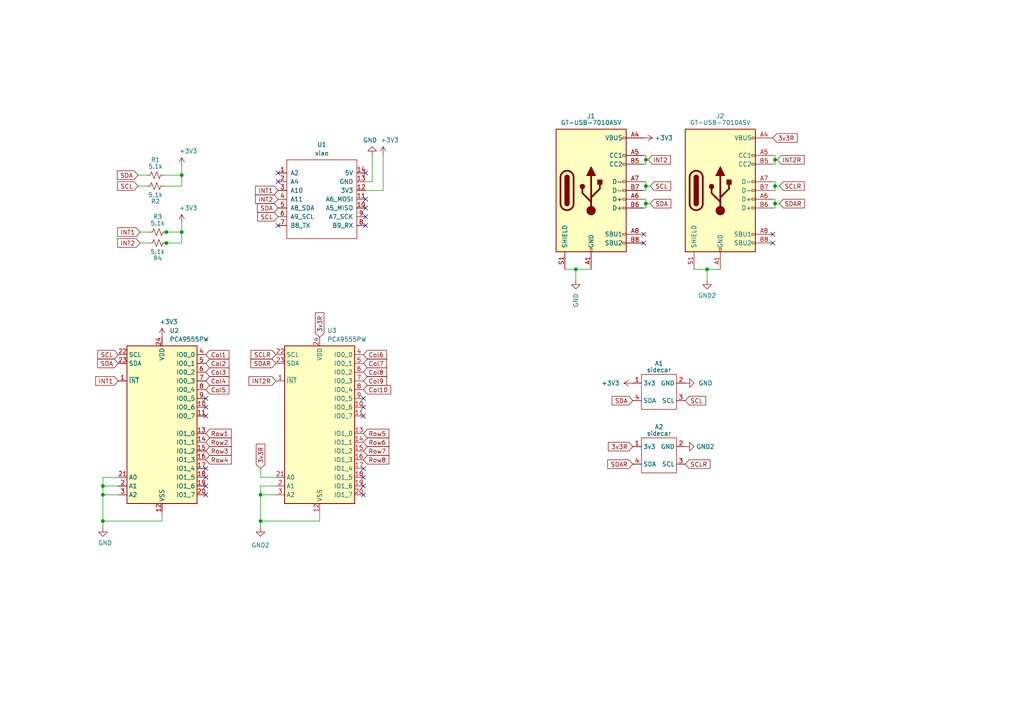
<source format=kicad_sch>
(kicad_sch (version 20230121) (generator eeschema)

  (uuid 432a32c4-15b3-4421-94f6-77fbc180f162)

  (paper "A4")

  (title_block
    (title "chicklet")
    (date "2023-11-24")
    (rev "3")
    (company "EggsWorks, LLC")
    (comment 1 "github.com/eggsworks/chicklet")
    (comment 2 "a 38-key low profile split keyboard")
    (comment 3 "chicklet v1")
  )

  (lib_symbols
    (symbol "Connector:USB_C_Receptacle_USB2.0" (pin_names (offset 1.016)) (in_bom yes) (on_board yes)
      (property "Reference" "J" (at -10.16 19.05 0)
        (effects (font (size 1.27 1.27)) (justify left))
      )
      (property "Value" "USB_C_Receptacle_USB2.0" (at 19.05 19.05 0)
        (effects (font (size 1.27 1.27)) (justify right))
      )
      (property "Footprint" "" (at 3.81 0 0)
        (effects (font (size 1.27 1.27)) hide)
      )
      (property "Datasheet" "https://www.usb.org/sites/default/files/documents/usb_type-c.zip" (at 3.81 0 0)
        (effects (font (size 1.27 1.27)) hide)
      )
      (property "ki_keywords" "usb universal serial bus type-C USB2.0" (at 0 0 0)
        (effects (font (size 1.27 1.27)) hide)
      )
      (property "ki_description" "USB 2.0-only Type-C Receptacle connector" (at 0 0 0)
        (effects (font (size 1.27 1.27)) hide)
      )
      (property "ki_fp_filters" "USB*C*Receptacle*" (at 0 0 0)
        (effects (font (size 1.27 1.27)) hide)
      )
      (symbol "USB_C_Receptacle_USB2.0_0_0"
        (rectangle (start -0.254 -17.78) (end 0.254 -16.764)
          (stroke (width 0) (type default))
          (fill (type none))
        )
        (rectangle (start 10.16 -14.986) (end 9.144 -15.494)
          (stroke (width 0) (type default))
          (fill (type none))
        )
        (rectangle (start 10.16 -12.446) (end 9.144 -12.954)
          (stroke (width 0) (type default))
          (fill (type none))
        )
        (rectangle (start 10.16 -4.826) (end 9.144 -5.334)
          (stroke (width 0) (type default))
          (fill (type none))
        )
        (rectangle (start 10.16 -2.286) (end 9.144 -2.794)
          (stroke (width 0) (type default))
          (fill (type none))
        )
        (rectangle (start 10.16 0.254) (end 9.144 -0.254)
          (stroke (width 0) (type default))
          (fill (type none))
        )
        (rectangle (start 10.16 2.794) (end 9.144 2.286)
          (stroke (width 0) (type default))
          (fill (type none))
        )
        (rectangle (start 10.16 7.874) (end 9.144 7.366)
          (stroke (width 0) (type default))
          (fill (type none))
        )
        (rectangle (start 10.16 10.414) (end 9.144 9.906)
          (stroke (width 0) (type default))
          (fill (type none))
        )
        (rectangle (start 10.16 15.494) (end 9.144 14.986)
          (stroke (width 0) (type default))
          (fill (type none))
        )
      )
      (symbol "USB_C_Receptacle_USB2.0_0_1"
        (rectangle (start -10.16 17.78) (end 10.16 -17.78)
          (stroke (width 0.254) (type default))
          (fill (type background))
        )
        (arc (start -8.89 -3.81) (mid -6.985 -5.7067) (end -5.08 -3.81)
          (stroke (width 0.508) (type default))
          (fill (type none))
        )
        (arc (start -7.62 -3.81) (mid -6.985 -4.4423) (end -6.35 -3.81)
          (stroke (width 0.254) (type default))
          (fill (type none))
        )
        (arc (start -7.62 -3.81) (mid -6.985 -4.4423) (end -6.35 -3.81)
          (stroke (width 0.254) (type default))
          (fill (type outline))
        )
        (rectangle (start -7.62 -3.81) (end -6.35 3.81)
          (stroke (width 0.254) (type default))
          (fill (type outline))
        )
        (arc (start -6.35 3.81) (mid -6.985 4.4423) (end -7.62 3.81)
          (stroke (width 0.254) (type default))
          (fill (type none))
        )
        (arc (start -6.35 3.81) (mid -6.985 4.4423) (end -7.62 3.81)
          (stroke (width 0.254) (type default))
          (fill (type outline))
        )
        (arc (start -5.08 3.81) (mid -6.985 5.7067) (end -8.89 3.81)
          (stroke (width 0.508) (type default))
          (fill (type none))
        )
        (circle (center -2.54 1.143) (radius 0.635)
          (stroke (width 0.254) (type default))
          (fill (type outline))
        )
        (circle (center 0 -5.842) (radius 1.27)
          (stroke (width 0) (type default))
          (fill (type outline))
        )
        (polyline
          (pts
            (xy -8.89 -3.81)
            (xy -8.89 3.81)
          )
          (stroke (width 0.508) (type default))
          (fill (type none))
        )
        (polyline
          (pts
            (xy -5.08 3.81)
            (xy -5.08 -3.81)
          )
          (stroke (width 0.508) (type default))
          (fill (type none))
        )
        (polyline
          (pts
            (xy 0 -5.842)
            (xy 0 4.318)
          )
          (stroke (width 0.508) (type default))
          (fill (type none))
        )
        (polyline
          (pts
            (xy 0 -3.302)
            (xy -2.54 -0.762)
            (xy -2.54 0.508)
          )
          (stroke (width 0.508) (type default))
          (fill (type none))
        )
        (polyline
          (pts
            (xy 0 -2.032)
            (xy 2.54 0.508)
            (xy 2.54 1.778)
          )
          (stroke (width 0.508) (type default))
          (fill (type none))
        )
        (polyline
          (pts
            (xy -1.27 4.318)
            (xy 0 6.858)
            (xy 1.27 4.318)
            (xy -1.27 4.318)
          )
          (stroke (width 0.254) (type default))
          (fill (type outline))
        )
        (rectangle (start 1.905 1.778) (end 3.175 3.048)
          (stroke (width 0.254) (type default))
          (fill (type outline))
        )
      )
      (symbol "USB_C_Receptacle_USB2.0_1_1"
        (pin passive line (at 0 -22.86 90) (length 5.08)
          (name "GND" (effects (font (size 1.27 1.27))))
          (number "A1" (effects (font (size 1.27 1.27))))
        )
        (pin passive line (at 0 -22.86 90) (length 5.08) hide
          (name "GND" (effects (font (size 1.27 1.27))))
          (number "A12" (effects (font (size 1.27 1.27))))
        )
        (pin passive line (at 15.24 15.24 180) (length 5.08)
          (name "VBUS" (effects (font (size 1.27 1.27))))
          (number "A4" (effects (font (size 1.27 1.27))))
        )
        (pin bidirectional line (at 15.24 10.16 180) (length 5.08)
          (name "CC1" (effects (font (size 1.27 1.27))))
          (number "A5" (effects (font (size 1.27 1.27))))
        )
        (pin bidirectional line (at 15.24 -2.54 180) (length 5.08)
          (name "D+" (effects (font (size 1.27 1.27))))
          (number "A6" (effects (font (size 1.27 1.27))))
        )
        (pin bidirectional line (at 15.24 2.54 180) (length 5.08)
          (name "D-" (effects (font (size 1.27 1.27))))
          (number "A7" (effects (font (size 1.27 1.27))))
        )
        (pin bidirectional line (at 15.24 -12.7 180) (length 5.08)
          (name "SBU1" (effects (font (size 1.27 1.27))))
          (number "A8" (effects (font (size 1.27 1.27))))
        )
        (pin passive line (at 15.24 15.24 180) (length 5.08) hide
          (name "VBUS" (effects (font (size 1.27 1.27))))
          (number "A9" (effects (font (size 1.27 1.27))))
        )
        (pin passive line (at 0 -22.86 90) (length 5.08) hide
          (name "GND" (effects (font (size 1.27 1.27))))
          (number "B1" (effects (font (size 1.27 1.27))))
        )
        (pin passive line (at 0 -22.86 90) (length 5.08) hide
          (name "GND" (effects (font (size 1.27 1.27))))
          (number "B12" (effects (font (size 1.27 1.27))))
        )
        (pin passive line (at 15.24 15.24 180) (length 5.08) hide
          (name "VBUS" (effects (font (size 1.27 1.27))))
          (number "B4" (effects (font (size 1.27 1.27))))
        )
        (pin bidirectional line (at 15.24 7.62 180) (length 5.08)
          (name "CC2" (effects (font (size 1.27 1.27))))
          (number "B5" (effects (font (size 1.27 1.27))))
        )
        (pin bidirectional line (at 15.24 -5.08 180) (length 5.08)
          (name "D+" (effects (font (size 1.27 1.27))))
          (number "B6" (effects (font (size 1.27 1.27))))
        )
        (pin bidirectional line (at 15.24 0 180) (length 5.08)
          (name "D-" (effects (font (size 1.27 1.27))))
          (number "B7" (effects (font (size 1.27 1.27))))
        )
        (pin bidirectional line (at 15.24 -15.24 180) (length 5.08)
          (name "SBU2" (effects (font (size 1.27 1.27))))
          (number "B8" (effects (font (size 1.27 1.27))))
        )
        (pin passive line (at 15.24 15.24 180) (length 5.08) hide
          (name "VBUS" (effects (font (size 1.27 1.27))))
          (number "B9" (effects (font (size 1.27 1.27))))
        )
        (pin passive line (at -7.62 -22.86 90) (length 5.08)
          (name "SHIELD" (effects (font (size 1.27 1.27))))
          (number "S1" (effects (font (size 1.27 1.27))))
        )
      )
    )
    (symbol "Device:R_Small_US" (pin_numbers hide) (pin_names (offset 0.254) hide) (in_bom yes) (on_board yes)
      (property "Reference" "R" (at 0.762 0.508 0)
        (effects (font (size 1.27 1.27)) (justify left))
      )
      (property "Value" "R_Small_US" (at 0.762 -1.016 0)
        (effects (font (size 1.27 1.27)) (justify left))
      )
      (property "Footprint" "" (at 0 0 0)
        (effects (font (size 1.27 1.27)) hide)
      )
      (property "Datasheet" "~" (at 0 0 0)
        (effects (font (size 1.27 1.27)) hide)
      )
      (property "ki_keywords" "r resistor" (at 0 0 0)
        (effects (font (size 1.27 1.27)) hide)
      )
      (property "ki_description" "Resistor, small US symbol" (at 0 0 0)
        (effects (font (size 1.27 1.27)) hide)
      )
      (property "ki_fp_filters" "R_*" (at 0 0 0)
        (effects (font (size 1.27 1.27)) hide)
      )
      (symbol "R_Small_US_1_1"
        (polyline
          (pts
            (xy 0 0)
            (xy 1.016 -0.381)
            (xy 0 -0.762)
            (xy -1.016 -1.143)
            (xy 0 -1.524)
          )
          (stroke (width 0) (type default))
          (fill (type none))
        )
        (polyline
          (pts
            (xy 0 1.524)
            (xy 1.016 1.143)
            (xy 0 0.762)
            (xy -1.016 0.381)
            (xy 0 0)
          )
          (stroke (width 0) (type default))
          (fill (type none))
        )
        (pin passive line (at 0 2.54 270) (length 1.016)
          (name "~" (effects (font (size 1.27 1.27))))
          (number "1" (effects (font (size 1.27 1.27))))
        )
        (pin passive line (at 0 -2.54 90) (length 1.016)
          (name "~" (effects (font (size 1.27 1.27))))
          (number "2" (effects (font (size 1.27 1.27))))
        )
      )
    )
    (symbol "Interface_Expansion:PCA9555PW" (in_bom yes) (on_board yes)
      (property "Reference" "U" (at -8.89 24.13 0)
        (effects (font (size 1.27 1.27)))
      )
      (property "Value" "PCA9555PW" (at 6.35 24.13 0)
        (effects (font (size 1.27 1.27)))
      )
      (property "Footprint" "Package_SO:TSSOP-24_4.4x7.8mm_P0.65mm" (at 0 0 0)
        (effects (font (size 1.27 1.27)) hide)
      )
      (property "Datasheet" "https://www.nxp.com/docs/en/data-sheet/PCA9555.pdf" (at 0 0 0)
        (effects (font (size 1.27 1.27)) hide)
      )
      (property "ki_keywords" "I2C TWI IO expander" (at 0 0 0)
        (effects (font (size 1.27 1.27)) hide)
      )
      (property "ki_description" "IO expander 16 GPIO, I2C 400kHz, Interrupt, 2.3 - 5.5V, TSSOP-24" (at 0 0 0)
        (effects (font (size 1.27 1.27)) hide)
      )
      (property "ki_fp_filters" "TSSOP*4.4x7.8mm*P0.65mm*" (at 0 0 0)
        (effects (font (size 1.27 1.27)) hide)
      )
      (symbol "PCA9555PW_0_1"
        (rectangle (start -10.16 22.86) (end 10.16 -22.86)
          (stroke (width 0.254) (type default))
          (fill (type background))
        )
      )
      (symbol "PCA9555PW_1_1"
        (pin open_collector line (at -12.7 12.7 0) (length 2.54)
          (name "~{INT}" (effects (font (size 1.27 1.27))))
          (number "1" (effects (font (size 1.27 1.27))))
        )
        (pin bidirectional line (at 12.7 5.08 180) (length 2.54)
          (name "IO0_6" (effects (font (size 1.27 1.27))))
          (number "10" (effects (font (size 1.27 1.27))))
        )
        (pin bidirectional line (at 12.7 2.54 180) (length 2.54)
          (name "IO0_7" (effects (font (size 1.27 1.27))))
          (number "11" (effects (font (size 1.27 1.27))))
        )
        (pin power_in line (at 0 -25.4 90) (length 2.54)
          (name "VSS" (effects (font (size 1.27 1.27))))
          (number "12" (effects (font (size 1.27 1.27))))
        )
        (pin bidirectional line (at 12.7 -2.54 180) (length 2.54)
          (name "IO1_0" (effects (font (size 1.27 1.27))))
          (number "13" (effects (font (size 1.27 1.27))))
        )
        (pin bidirectional line (at 12.7 -5.08 180) (length 2.54)
          (name "IO1_1" (effects (font (size 1.27 1.27))))
          (number "14" (effects (font (size 1.27 1.27))))
        )
        (pin bidirectional line (at 12.7 -7.62 180) (length 2.54)
          (name "IO1_2" (effects (font (size 1.27 1.27))))
          (number "15" (effects (font (size 1.27 1.27))))
        )
        (pin bidirectional line (at 12.7 -10.16 180) (length 2.54)
          (name "IO1_3" (effects (font (size 1.27 1.27))))
          (number "16" (effects (font (size 1.27 1.27))))
        )
        (pin bidirectional line (at 12.7 -12.7 180) (length 2.54)
          (name "IO1_4" (effects (font (size 1.27 1.27))))
          (number "17" (effects (font (size 1.27 1.27))))
        )
        (pin bidirectional line (at 12.7 -15.24 180) (length 2.54)
          (name "IO1_5" (effects (font (size 1.27 1.27))))
          (number "18" (effects (font (size 1.27 1.27))))
        )
        (pin bidirectional line (at 12.7 -17.78 180) (length 2.54)
          (name "IO1_6" (effects (font (size 1.27 1.27))))
          (number "19" (effects (font (size 1.27 1.27))))
        )
        (pin input line (at -12.7 -17.78 0) (length 2.54)
          (name "A1" (effects (font (size 1.27 1.27))))
          (number "2" (effects (font (size 1.27 1.27))))
        )
        (pin bidirectional line (at 12.7 -20.32 180) (length 2.54)
          (name "IO1_7" (effects (font (size 1.27 1.27))))
          (number "20" (effects (font (size 1.27 1.27))))
        )
        (pin input line (at -12.7 -15.24 0) (length 2.54)
          (name "A0" (effects (font (size 1.27 1.27))))
          (number "21" (effects (font (size 1.27 1.27))))
        )
        (pin input line (at -12.7 20.32 0) (length 2.54)
          (name "SCL" (effects (font (size 1.27 1.27))))
          (number "22" (effects (font (size 1.27 1.27))))
        )
        (pin bidirectional line (at -12.7 17.78 0) (length 2.54)
          (name "SDA" (effects (font (size 1.27 1.27))))
          (number "23" (effects (font (size 1.27 1.27))))
        )
        (pin power_in line (at 0 25.4 270) (length 2.54)
          (name "VDD" (effects (font (size 1.27 1.27))))
          (number "24" (effects (font (size 1.27 1.27))))
        )
        (pin input line (at -12.7 -20.32 0) (length 2.54)
          (name "A2" (effects (font (size 1.27 1.27))))
          (number "3" (effects (font (size 1.27 1.27))))
        )
        (pin bidirectional line (at 12.7 20.32 180) (length 2.54)
          (name "IO0_0" (effects (font (size 1.27 1.27))))
          (number "4" (effects (font (size 1.27 1.27))))
        )
        (pin bidirectional line (at 12.7 17.78 180) (length 2.54)
          (name "IO0_1" (effects (font (size 1.27 1.27))))
          (number "5" (effects (font (size 1.27 1.27))))
        )
        (pin bidirectional line (at 12.7 15.24 180) (length 2.54)
          (name "IO0_2" (effects (font (size 1.27 1.27))))
          (number "6" (effects (font (size 1.27 1.27))))
        )
        (pin bidirectional line (at 12.7 12.7 180) (length 2.54)
          (name "IO0_3" (effects (font (size 1.27 1.27))))
          (number "7" (effects (font (size 1.27 1.27))))
        )
        (pin bidirectional line (at 12.7 10.16 180) (length 2.54)
          (name "IO0_4" (effects (font (size 1.27 1.27))))
          (number "8" (effects (font (size 1.27 1.27))))
        )
        (pin bidirectional line (at 12.7 7.62 180) (length 2.54)
          (name "IO0_5" (effects (font (size 1.27 1.27))))
          (number "9" (effects (font (size 1.27 1.27))))
        )
      )
    )
    (symbol "chicklet-v1:sidecar" (in_bom yes) (on_board yes)
      (property "Reference" "A1" (at 0 10.16 0)
        (effects (font (size 1.27 1.27)))
      )
      (property "Value" "sidecar" (at 0 7.62 0)
        (effects (font (size 1.27 1.27)))
      )
      (property "Footprint" "chicklet-v1:sidecar" (at 0 8.89 0)
        (effects (font (size 1.27 1.27)) hide)
      )
      (property "Datasheet" "" (at 0 0 0)
        (effects (font (size 1.27 1.27)) hide)
      )
      (symbol "sidecar_0_1"
        (rectangle (start -5.08 5.08) (end 5.08 -5.08)
          (stroke (width 0) (type default))
          (fill (type none))
        )
      )
      (symbol "sidecar_1_1"
        (pin power_in line (at -7.62 2.54 0) (length 2.54)
          (name "3v3" (effects (font (size 1.27 1.27))))
          (number "1" (effects (font (size 1.27 1.27))))
        )
        (pin power_in line (at 7.62 2.54 180) (length 2.54)
          (name "GND" (effects (font (size 1.27 1.27))))
          (number "2" (effects (font (size 1.27 1.27))))
        )
        (pin passive line (at 7.62 -2.54 180) (length 2.54)
          (name "SCL" (effects (font (size 1.27 1.27))))
          (number "3" (effects (font (size 1.27 1.27))))
        )
        (pin passive line (at -7.62 -2.54 0) (length 2.54)
          (name "SDA" (effects (font (size 1.27 1.27))))
          (number "4" (effects (font (size 1.27 1.27))))
        )
      )
    )
    (symbol "chicklet-v1:xiao" (pin_names (offset 1.016)) (in_bom yes) (on_board yes)
      (property "Reference" "U1" (at 0 -13.335 0)
        (effects (font (size 1.27 1.27)))
      )
      (property "Value" "xiao" (at 0 -15.875 0)
        (effects (font (size 1.27 1.27)))
      )
      (property "Footprint" "" (at -8.89 5.08 0)
        (effects (font (size 1.27 1.27)) hide)
      )
      (property "Datasheet" "" (at -8.89 5.08 0)
        (effects (font (size 1.27 1.27)) hide)
      )
      (symbol "xiao_0_1"
        (rectangle (start -10.16 11.43) (end 10.16 -11.43)
          (stroke (width 0) (type default))
          (fill (type none))
        )
      )
      (symbol "xiao_1_1"
        (pin bidirectional line (at -12.7 7.62 0) (length 2.54)
          (name "A2" (effects (font (size 1.27 1.27))))
          (number "1" (effects (font (size 1.27 1.27))))
        )
        (pin bidirectional line (at 12.7 -2.54 180) (length 2.54)
          (name "A5_MISO" (effects (font (size 1.27 1.27))))
          (number "10" (effects (font (size 1.27 1.27))))
        )
        (pin bidirectional line (at 12.7 0 180) (length 2.54)
          (name "A6_MOSI" (effects (font (size 1.27 1.27))))
          (number "11" (effects (font (size 1.27 1.27))))
        )
        (pin power_out line (at 12.7 2.54 180) (length 2.54)
          (name "3V3" (effects (font (size 1.27 1.27))))
          (number "12" (effects (font (size 1.27 1.27))))
        )
        (pin power_out line (at 12.7 5.08 180) (length 2.54)
          (name "GND" (effects (font (size 1.27 1.27))))
          (number "13" (effects (font (size 1.27 1.27))))
        )
        (pin power_out line (at 12.7 7.62 180) (length 2.54)
          (name "5V" (effects (font (size 1.27 1.27))))
          (number "14" (effects (font (size 1.27 1.27))))
        )
        (pin bidirectional line (at -12.7 5.08 0) (length 2.54)
          (name "A4" (effects (font (size 1.27 1.27))))
          (number "2" (effects (font (size 1.27 1.27))))
        )
        (pin bidirectional line (at -12.7 2.54 0) (length 2.54)
          (name "A10" (effects (font (size 1.27 1.27))))
          (number "3" (effects (font (size 1.27 1.27))))
        )
        (pin bidirectional line (at -12.7 0 0) (length 2.54)
          (name "A11" (effects (font (size 1.27 1.27))))
          (number "4" (effects (font (size 1.27 1.27))))
        )
        (pin bidirectional line (at -12.7 -2.54 0) (length 2.54)
          (name "A8_SDA" (effects (font (size 1.27 1.27))))
          (number "5" (effects (font (size 1.27 1.27))))
        )
        (pin bidirectional line (at -12.7 -5.08 0) (length 2.54)
          (name "A9_SCL" (effects (font (size 1.27 1.27))))
          (number "6" (effects (font (size 1.27 1.27))))
        )
        (pin bidirectional line (at -12.7 -7.62 0) (length 2.54)
          (name "B8_TX" (effects (font (size 1.27 1.27))))
          (number "7" (effects (font (size 1.27 1.27))))
        )
        (pin bidirectional line (at 12.7 -7.62 180) (length 2.54)
          (name "B9_RX" (effects (font (size 1.27 1.27))))
          (number "8" (effects (font (size 1.27 1.27))))
        )
        (pin bidirectional line (at 12.7 -5.08 180) (length 2.54)
          (name "A7_SCK" (effects (font (size 1.27 1.27))))
          (number "9" (effects (font (size 1.27 1.27))))
        )
      )
    )
    (symbol "power:+3V3" (power) (pin_names (offset 0)) (in_bom yes) (on_board yes)
      (property "Reference" "#PWR" (at 0 -3.81 0)
        (effects (font (size 1.27 1.27)) hide)
      )
      (property "Value" "+3V3" (at 0 3.556 0)
        (effects (font (size 1.27 1.27)))
      )
      (property "Footprint" "" (at 0 0 0)
        (effects (font (size 1.27 1.27)) hide)
      )
      (property "Datasheet" "" (at 0 0 0)
        (effects (font (size 1.27 1.27)) hide)
      )
      (property "ki_keywords" "global power" (at 0 0 0)
        (effects (font (size 1.27 1.27)) hide)
      )
      (property "ki_description" "Power symbol creates a global label with name \"+3V3\"" (at 0 0 0)
        (effects (font (size 1.27 1.27)) hide)
      )
      (symbol "+3V3_0_1"
        (polyline
          (pts
            (xy -0.762 1.27)
            (xy 0 2.54)
          )
          (stroke (width 0) (type default))
          (fill (type none))
        )
        (polyline
          (pts
            (xy 0 0)
            (xy 0 2.54)
          )
          (stroke (width 0) (type default))
          (fill (type none))
        )
        (polyline
          (pts
            (xy 0 2.54)
            (xy 0.762 1.27)
          )
          (stroke (width 0) (type default))
          (fill (type none))
        )
      )
      (symbol "+3V3_1_1"
        (pin power_in line (at 0 0 90) (length 0) hide
          (name "+3V3" (effects (font (size 1.27 1.27))))
          (number "1" (effects (font (size 1.27 1.27))))
        )
      )
    )
    (symbol "power:GND" (power) (pin_names (offset 0)) (in_bom yes) (on_board yes)
      (property "Reference" "#PWR" (at 0 -6.35 0)
        (effects (font (size 1.27 1.27)) hide)
      )
      (property "Value" "GND" (at 0 -3.81 0)
        (effects (font (size 1.27 1.27)))
      )
      (property "Footprint" "" (at 0 0 0)
        (effects (font (size 1.27 1.27)) hide)
      )
      (property "Datasheet" "" (at 0 0 0)
        (effects (font (size 1.27 1.27)) hide)
      )
      (property "ki_keywords" "global power" (at 0 0 0)
        (effects (font (size 1.27 1.27)) hide)
      )
      (property "ki_description" "Power symbol creates a global label with name \"GND\" , ground" (at 0 0 0)
        (effects (font (size 1.27 1.27)) hide)
      )
      (symbol "GND_0_1"
        (polyline
          (pts
            (xy 0 0)
            (xy 0 -1.27)
            (xy 1.27 -1.27)
            (xy 0 -2.54)
            (xy -1.27 -1.27)
            (xy 0 -1.27)
          )
          (stroke (width 0) (type default))
          (fill (type none))
        )
      )
      (symbol "GND_1_1"
        (pin power_in line (at 0 0 270) (length 0) hide
          (name "GND" (effects (font (size 1.27 1.27))))
          (number "1" (effects (font (size 1.27 1.27))))
        )
      )
    )
    (symbol "power:GND2" (power) (pin_names (offset 0)) (in_bom yes) (on_board yes)
      (property "Reference" "#PWR" (at 0 -6.35 0)
        (effects (font (size 1.27 1.27)) hide)
      )
      (property "Value" "GND2" (at 0 -3.81 0)
        (effects (font (size 1.27 1.27)))
      )
      (property "Footprint" "" (at 0 0 0)
        (effects (font (size 1.27 1.27)) hide)
      )
      (property "Datasheet" "" (at 0 0 0)
        (effects (font (size 1.27 1.27)) hide)
      )
      (property "ki_keywords" "global power" (at 0 0 0)
        (effects (font (size 1.27 1.27)) hide)
      )
      (property "ki_description" "Power symbol creates a global label with name \"GND2\" , ground" (at 0 0 0)
        (effects (font (size 1.27 1.27)) hide)
      )
      (symbol "GND2_0_1"
        (polyline
          (pts
            (xy 0 0)
            (xy 0 -1.27)
            (xy 1.27 -1.27)
            (xy 0 -2.54)
            (xy -1.27 -1.27)
            (xy 0 -1.27)
          )
          (stroke (width 0) (type default))
          (fill (type none))
        )
      )
      (symbol "GND2_1_1"
        (pin power_in line (at 0 0 270) (length 0) hide
          (name "GND2" (effects (font (size 1.27 1.27))))
          (number "1" (effects (font (size 1.27 1.27))))
        )
      )
    )
  )

  (junction (at 48.26 70.485) (diameter 0) (color 0 0 0 0)
    (uuid 0bfc4b6c-2121-44d7-ac78-fe07cdff9615)
  )
  (junction (at 224.79 53.975) (diameter 0) (color 0 0 0 0)
    (uuid 135af931-ea18-455d-bb6a-b0fcd25bb485)
  )
  (junction (at 187.325 46.355) (diameter 0) (color 0 0 0 0)
    (uuid 1a64fa0a-4999-4533-8dc2-68287ac6f70b)
  )
  (junction (at 167.005 78.105) (diameter 0) (color 0 0 0 0)
    (uuid 1f8b4882-0ebb-42db-b0fb-600e1303a793)
  )
  (junction (at 205.105 78.105) (diameter 0) (color 0 0 0 0)
    (uuid 220bcd95-41bd-4fda-b18b-480451d3cf55)
  )
  (junction (at 224.79 59.055) (diameter 0) (color 0 0 0 0)
    (uuid 489f82e6-f91b-45fc-bd2e-5df110f2bf36)
  )
  (junction (at 52.705 50.8) (diameter 0) (color 0 0 0 0)
    (uuid 4e69a648-8da3-4c63-915c-54baab7fa7da)
  )
  (junction (at 52.705 67.31) (diameter 0) (color 0 0 0 0)
    (uuid 5d7c1ef0-47ac-4b38-ad5f-d1edb86212dd)
  )
  (junction (at 187.325 59.055) (diameter 0) (color 0 0 0 0)
    (uuid 62202e13-904e-4854-bcb4-49e6c6ed378f)
  )
  (junction (at 29.845 140.97) (diameter 0) (color 0 0 0 0)
    (uuid 7b53fee3-3b00-4ea2-8b1a-2995a612c1dd)
  )
  (junction (at 75.565 143.51) (diameter 0) (color 0 0 0 0)
    (uuid 813aa672-6705-4700-af71-239204b0e70f)
  )
  (junction (at 187.325 53.975) (diameter 0) (color 0 0 0 0)
    (uuid 8ec8546d-bd7a-46ae-b1e6-56ed19689217)
  )
  (junction (at 224.79 46.355) (diameter 0) (color 0 0 0 0)
    (uuid aae5c4a7-5916-4441-82b7-1f9bbc5e7413)
  )
  (junction (at 29.845 143.51) (diameter 0) (color 0 0 0 0)
    (uuid b160ca2e-63de-4daa-901d-14ee11599ba4)
  )
  (junction (at 75.565 151.13) (diameter 0) (color 0 0 0 0)
    (uuid b3e1f548-2ad8-4380-846b-8a338abb6955)
  )
  (junction (at 29.845 151.13) (diameter 0) (color 0 0 0 0)
    (uuid c93e5f04-91d9-49db-a32f-6f56f56e404c)
  )
  (junction (at 48.26 67.31) (diameter 0) (color 0 0 0 0)
    (uuid d5779f8a-bd3d-4dfd-8d8b-66277023f7b5)
  )

  (no_connect (at 224.155 67.945) (uuid 0e9ef454-66bf-4f36-92a0-3427423a0e75))
  (no_connect (at 106.045 62.865) (uuid 0eb0bb01-42fd-4ac3-ab23-67896924e19b))
  (no_connect (at 59.69 118.11) (uuid 0f49c363-7bca-4c6b-9cf1-be05e6507269))
  (no_connect (at 106.045 57.785) (uuid 17034262-99f8-4782-9365-4bba639b2819))
  (no_connect (at 59.69 120.65) (uuid 22ca2583-2239-4869-83fb-9c33be2e2d69))
  (no_connect (at 186.69 67.945) (uuid 2f434511-818e-45db-9c5a-8d1fd7556cdb))
  (no_connect (at 224.155 70.485) (uuid 367fb8e2-3e28-4faf-9211-da1c2e467745))
  (no_connect (at 105.41 135.89) (uuid 3d08d45a-fcc7-4399-ab8e-db63defbb6b4))
  (no_connect (at 105.41 118.11) (uuid 41858e45-b839-4cb6-af63-94d1f1e5f8d0))
  (no_connect (at 105.41 115.57) (uuid 49b9acf9-e7e2-482a-b169-85955b9a545a))
  (no_connect (at 59.69 143.51) (uuid 52a67503-1f67-466a-91ba-12bb2bbdfd1a))
  (no_connect (at 80.645 50.165) (uuid 5d6b4808-29b6-438e-8866-77683b13d51c))
  (no_connect (at 59.69 138.43) (uuid 635924ba-753c-4c70-9eb6-87eb32440750))
  (no_connect (at 59.69 115.57) (uuid 672a159f-97d4-49c2-b11c-63c8b9fad9d3))
  (no_connect (at 105.41 120.65) (uuid 6894681a-4b02-4689-932f-dd0834025123))
  (no_connect (at 105.41 140.97) (uuid 77fa477a-4060-416c-b4c8-476ead7319e7))
  (no_connect (at 105.41 143.51) (uuid 7a9deb7d-affc-4ce3-9558-7936c0b97df9))
  (no_connect (at 59.69 140.97) (uuid 7ac7a33f-11a5-495d-8209-e1d0b680be8f))
  (no_connect (at 105.41 138.43) (uuid 7d3de1c1-6e4b-4af5-8f69-d4e96192739a))
  (no_connect (at 186.69 70.485) (uuid c53ac7c5-40bc-4547-bc29-8e68221d61fe))
  (no_connect (at 106.045 60.325) (uuid c5c40bcd-9e55-40ec-bbd2-71f7c8b30bfd))
  (no_connect (at 106.045 65.405) (uuid d5adedd4-6db7-48ca-a8ae-3427732ca801))
  (no_connect (at 106.045 50.165) (uuid da192a4c-f17f-4f64-b4a9-1fe01127778e))
  (no_connect (at 80.645 65.405) (uuid e3a35e87-93bf-4168-822c-de980166570c))
  (no_connect (at 59.69 135.89) (uuid e586f0af-fb1b-4409-87f8-7e64c6601ef1))
  (no_connect (at 80.645 52.705) (uuid f1023715-4de9-4e3f-995a-2119b775c42d))

  (wire (pts (xy 224.79 52.705) (xy 224.79 53.975))
    (stroke (width 0) (type default))
    (uuid 01f2d00b-c697-4654-893a-20621b82088c)
  )
  (wire (pts (xy 29.845 140.97) (xy 29.845 143.51))
    (stroke (width 0) (type default))
    (uuid 0305f0bb-b998-4329-baf7-97c710d49609)
  )
  (wire (pts (xy 205.105 78.105) (xy 208.915 78.105))
    (stroke (width 0) (type default))
    (uuid 04eb6df8-8c44-49e7-ab80-0f2b34e4742f)
  )
  (wire (pts (xy 186.69 57.785) (xy 187.325 57.785))
    (stroke (width 0) (type default))
    (uuid 058a2616-55cd-4ada-86fe-8cc6955e4f29)
  )
  (wire (pts (xy 75.565 140.97) (xy 80.01 140.97))
    (stroke (width 0) (type default))
    (uuid 08970b0d-1d83-41aa-91d7-415f21a1661e)
  )
  (wire (pts (xy 47.625 53.975) (xy 52.705 53.975))
    (stroke (width 0) (type default))
    (uuid 0faadb4f-b171-4a49-82b7-fbd9d8a211d7)
  )
  (wire (pts (xy 186.69 45.085) (xy 187.325 45.085))
    (stroke (width 0) (type default))
    (uuid 10d85971-ddb4-4b57-80c0-922f0f35208d)
  )
  (wire (pts (xy 224.79 53.975) (xy 226.06 53.975))
    (stroke (width 0) (type default))
    (uuid 114f2228-7e97-46e6-b5a5-7618fff2d0e4)
  )
  (wire (pts (xy 187.325 60.325) (xy 187.325 59.055))
    (stroke (width 0) (type default))
    (uuid 157daf15-8a28-46fd-a865-63a3e10936f9)
  )
  (wire (pts (xy 167.005 78.105) (xy 171.45 78.105))
    (stroke (width 0) (type default))
    (uuid 16d97531-0e4a-4618-b864-bc83d6e56f95)
  )
  (wire (pts (xy 224.79 45.085) (xy 224.79 46.355))
    (stroke (width 0) (type default))
    (uuid 1c07803e-1a3c-49f7-8a78-3d8f56e6f6ee)
  )
  (wire (pts (xy 201.295 78.105) (xy 205.105 78.105))
    (stroke (width 0) (type default))
    (uuid 1f38a24e-f280-46ff-adb1-fecc0286315f)
  )
  (wire (pts (xy 34.29 143.51) (xy 29.845 143.51))
    (stroke (width 0) (type default))
    (uuid 266b8c9a-a44a-42a8-b0ee-44a550362468)
  )
  (wire (pts (xy 48.26 67.31) (xy 52.705 67.31))
    (stroke (width 0) (type default))
    (uuid 2787016e-8485-48d3-b434-9f7887b4c58c)
  )
  (wire (pts (xy 187.325 57.785) (xy 187.325 59.055))
    (stroke (width 0) (type default))
    (uuid 293c48a3-6962-43e4-b87a-fbb4f06d3fb9)
  )
  (wire (pts (xy 187.325 53.975) (xy 188.595 53.975))
    (stroke (width 0) (type default))
    (uuid 34266901-85c8-4c47-92d4-3ed18da33891)
  )
  (wire (pts (xy 40.64 67.31) (xy 43.18 67.31))
    (stroke (width 0) (type default))
    (uuid 35836975-ad94-4dca-bc19-c7d49318c643)
  )
  (wire (pts (xy 224.79 59.055) (xy 226.06 59.055))
    (stroke (width 0) (type default))
    (uuid 37e273c3-3574-4caf-8f55-429d4dba9ff0)
  )
  (wire (pts (xy 224.79 57.785) (xy 224.79 59.055))
    (stroke (width 0) (type default))
    (uuid 3a71d506-8055-41a1-95b8-5ce1c8e8c0d6)
  )
  (wire (pts (xy 187.325 55.245) (xy 187.325 53.975))
    (stroke (width 0) (type default))
    (uuid 3bbd6dad-47fe-4009-8d4e-9e1eb6810406)
  )
  (wire (pts (xy 167.005 78.105) (xy 163.83 78.105))
    (stroke (width 0) (type default))
    (uuid 3c65a200-1a43-4df0-aadb-8163ad6edeae)
  )
  (wire (pts (xy 29.845 151.13) (xy 46.99 151.13))
    (stroke (width 0) (type default))
    (uuid 42c10a4a-e035-4ee6-b323-6055a0f51cd7)
  )
  (wire (pts (xy 187.325 46.355) (xy 187.325 47.625))
    (stroke (width 0) (type default))
    (uuid 469b9487-b61f-44f4-aa0e-55bfd28b5891)
  )
  (wire (pts (xy 75.565 143.51) (xy 75.565 151.13))
    (stroke (width 0) (type default))
    (uuid 486002c3-fb79-439d-b424-6fbfab56e15a)
  )
  (wire (pts (xy 29.845 143.51) (xy 29.845 151.13))
    (stroke (width 0) (type default))
    (uuid 4a65ab8c-7ddd-408f-bb1b-47703ead56a9)
  )
  (wire (pts (xy 52.705 67.31) (xy 52.705 70.485))
    (stroke (width 0) (type default))
    (uuid 4a8dbbe2-3328-4075-aab7-d609e9617fcb)
  )
  (wire (pts (xy 186.69 52.705) (xy 187.325 52.705))
    (stroke (width 0) (type default))
    (uuid 4f38e1b3-80e5-4da0-84c8-228e88186d10)
  )
  (wire (pts (xy 224.155 55.245) (xy 224.79 55.245))
    (stroke (width 0) (type default))
    (uuid 4ffa5941-fed8-49e2-badc-d4ebcc2aaacb)
  )
  (wire (pts (xy 52.705 48.26) (xy 52.705 50.8))
    (stroke (width 0) (type default))
    (uuid 57380361-56e8-4066-9dde-81b9aad4d236)
  )
  (wire (pts (xy 224.155 45.085) (xy 224.79 45.085))
    (stroke (width 0) (type default))
    (uuid 57aed86d-c96f-4642-9fcc-d4d224936541)
  )
  (wire (pts (xy 29.845 151.13) (xy 29.845 153.035))
    (stroke (width 0) (type default))
    (uuid 5da94904-24a6-4936-a716-5d340d844ec1)
  )
  (wire (pts (xy 47.625 70.485) (xy 48.26 70.485))
    (stroke (width 0) (type default))
    (uuid 6aebe126-ba82-402e-9cc8-ee343f905200)
  )
  (wire (pts (xy 34.29 138.43) (xy 29.845 138.43))
    (stroke (width 0) (type default))
    (uuid 6d80406c-fc85-449f-8167-dc6149ca656c)
  )
  (wire (pts (xy 224.155 57.785) (xy 224.79 57.785))
    (stroke (width 0) (type default))
    (uuid 7801f8a6-08ea-4575-8f96-ad93e47fa67b)
  )
  (wire (pts (xy 107.95 52.705) (xy 107.95 45.085))
    (stroke (width 0) (type default))
    (uuid 7be21f9e-8453-40e4-9419-938e8ab06509)
  )
  (wire (pts (xy 75.565 151.13) (xy 75.565 153.035))
    (stroke (width 0) (type default))
    (uuid 7f65c405-995a-4222-8a52-80a1444f5862)
  )
  (wire (pts (xy 224.79 46.355) (xy 224.79 47.625))
    (stroke (width 0) (type default))
    (uuid 80023333-df6a-474e-b0f6-ffc90bf3d6a5)
  )
  (wire (pts (xy 29.845 138.43) (xy 29.845 140.97))
    (stroke (width 0) (type default))
    (uuid 84d7abd0-f7ec-4be8-8106-120d6aedf0cb)
  )
  (wire (pts (xy 52.705 64.77) (xy 52.705 67.31))
    (stroke (width 0) (type default))
    (uuid 8518633d-6647-49d1-8eb0-b26a7a8891d2)
  )
  (wire (pts (xy 75.565 138.43) (xy 80.01 138.43))
    (stroke (width 0) (type default))
    (uuid 85a2ce92-03c9-4223-bbc0-f220b4b9bbff)
  )
  (wire (pts (xy 224.79 60.325) (xy 224.79 59.055))
    (stroke (width 0) (type default))
    (uuid 8b70173e-94d0-41db-a4af-6455b03ba26b)
  )
  (wire (pts (xy 187.325 52.705) (xy 187.325 53.975))
    (stroke (width 0) (type default))
    (uuid 8d5ec002-de1c-4723-b577-ad49c6261569)
  )
  (wire (pts (xy 186.69 60.325) (xy 187.325 60.325))
    (stroke (width 0) (type default))
    (uuid 8e30e8ce-a8dc-4849-b90e-df25dde0b29f)
  )
  (wire (pts (xy 92.71 148.59) (xy 92.71 151.13))
    (stroke (width 0) (type default))
    (uuid 8f57736c-7508-4093-a269-b1a82a3ba0ca)
  )
  (wire (pts (xy 46.99 148.59) (xy 46.99 151.13))
    (stroke (width 0) (type default))
    (uuid 903617bc-47b4-48de-93af-20c2ac1cff85)
  )
  (wire (pts (xy 167.005 81.28) (xy 167.005 78.105))
    (stroke (width 0) (type default))
    (uuid 93031ad5-bd43-4f12-876b-ca50389ddb6d)
  )
  (wire (pts (xy 52.705 50.8) (xy 52.705 53.975))
    (stroke (width 0) (type default))
    (uuid 9a7d3b27-3d96-4441-b622-d0582f8da679)
  )
  (wire (pts (xy 224.155 60.325) (xy 224.79 60.325))
    (stroke (width 0) (type default))
    (uuid a38bccb7-b01c-4eb1-9621-088dd243e528)
  )
  (wire (pts (xy 187.325 47.625) (xy 186.69 47.625))
    (stroke (width 0) (type default))
    (uuid aa1e2c1b-f5c2-4cd7-bb9e-71d1ca794a54)
  )
  (wire (pts (xy 187.325 59.055) (xy 188.595 59.055))
    (stroke (width 0) (type default))
    (uuid af2dbf89-5c78-4b21-be65-bdab6e39d98a)
  )
  (wire (pts (xy 186.69 55.245) (xy 187.325 55.245))
    (stroke (width 0) (type default))
    (uuid b197630f-ade4-4842-9358-dfd61612015d)
  )
  (wire (pts (xy 47.625 50.8) (xy 52.705 50.8))
    (stroke (width 0) (type default))
    (uuid b910f75b-9e67-4920-b3be-64a499401a79)
  )
  (wire (pts (xy 75.565 135.89) (xy 75.565 138.43))
    (stroke (width 0) (type default))
    (uuid bb7ffb3f-a6f0-4c10-9a0e-becae5eb70d8)
  )
  (wire (pts (xy 205.105 78.105) (xy 205.105 81.28))
    (stroke (width 0) (type default))
    (uuid c07b94a3-1707-4437-b5e8-f855d4dae761)
  )
  (wire (pts (xy 224.155 52.705) (xy 224.79 52.705))
    (stroke (width 0) (type default))
    (uuid ca739ae5-7a92-45c9-9891-bbc5095c8b21)
  )
  (wire (pts (xy 75.565 151.13) (xy 92.71 151.13))
    (stroke (width 0) (type default))
    (uuid cc2cea6e-c86f-47af-8f04-f08d54bb5122)
  )
  (wire (pts (xy 47.625 67.31) (xy 48.26 67.31))
    (stroke (width 0) (type default))
    (uuid cd4781c1-c659-478d-a5b8-cc5202a6a2a5)
  )
  (wire (pts (xy 40.005 50.8) (xy 42.545 50.8))
    (stroke (width 0) (type default))
    (uuid d270768d-eee9-4ac6-b1ab-9f14fdea1071)
  )
  (wire (pts (xy 40.005 53.975) (xy 42.545 53.975))
    (stroke (width 0) (type default))
    (uuid d2ddc995-2df1-43bf-864c-880d59a0ac3d)
  )
  (wire (pts (xy 106.045 55.245) (xy 111.125 55.245))
    (stroke (width 0) (type default))
    (uuid d3d22f72-1242-4d4e-85a1-81f5021aa2d1)
  )
  (wire (pts (xy 48.26 70.485) (xy 52.705 70.485))
    (stroke (width 0) (type default))
    (uuid d54d95e3-ca19-4229-9207-6e932ff7f4b7)
  )
  (wire (pts (xy 187.325 46.355) (xy 187.96 46.355))
    (stroke (width 0) (type default))
    (uuid d558c7e2-6148-42d2-b89d-ef621bcc1772)
  )
  (wire (pts (xy 111.125 55.245) (xy 111.125 45.085))
    (stroke (width 0) (type default))
    (uuid dceedfb0-9225-4c5d-8262-adb840b7ecaf)
  )
  (wire (pts (xy 224.155 47.625) (xy 224.79 47.625))
    (stroke (width 0) (type default))
    (uuid e1d913e7-81b7-49f2-b31f-90da08dc3f94)
  )
  (wire (pts (xy 29.845 140.97) (xy 34.29 140.97))
    (stroke (width 0) (type default))
    (uuid e4911773-4668-4743-acf6-28f3bf11b4db)
  )
  (wire (pts (xy 40.64 70.485) (xy 43.18 70.485))
    (stroke (width 0) (type default))
    (uuid e50cfb68-ee1c-4e05-8771-2f8ad80aaff9)
  )
  (wire (pts (xy 224.79 55.245) (xy 224.79 53.975))
    (stroke (width 0) (type default))
    (uuid e7cb9f37-c652-4190-94d0-d68f3de6ee4c)
  )
  (wire (pts (xy 75.565 140.97) (xy 75.565 143.51))
    (stroke (width 0) (type default))
    (uuid eedcd499-0103-4579-8a07-d8cc6ea83f35)
  )
  (wire (pts (xy 187.325 45.085) (xy 187.325 46.355))
    (stroke (width 0) (type default))
    (uuid f39dd6ad-bdf9-4180-b5c8-911e6657b32b)
  )
  (wire (pts (xy 224.79 46.355) (xy 225.425 46.355))
    (stroke (width 0) (type default))
    (uuid f762daa6-a6a3-4fa3-9260-c39b657a6481)
  )
  (wire (pts (xy 80.01 143.51) (xy 75.565 143.51))
    (stroke (width 0) (type default))
    (uuid fa819fb4-4876-4aa0-98eb-a38bb8b1b82b)
  )
  (wire (pts (xy 106.045 52.705) (xy 107.95 52.705))
    (stroke (width 0) (type default))
    (uuid fc1e97af-35ea-4081-9bfd-91327e153311)
  )

  (global_label "Row6" (shape input) (at 105.41 128.27 0) (fields_autoplaced)
    (effects (font (size 1.27 1.27)) (justify left))
    (uuid 0b209e88-18a6-482f-ad30-0d94d45b3222)
    (property "Intersheetrefs" "${INTERSHEET_REFS}" (at 112.7 128.27 0)
      (effects (font (size 1.27 1.27)) (justify left) hide)
    )
  )
  (global_label "SDAR" (shape input) (at 80.01 105.41 180) (fields_autoplaced)
    (effects (font (size 1.27 1.27)) (justify right))
    (uuid 0cd064d7-de5a-4e78-b9b7-ec7cdf02d885)
    (property "Intersheetrefs" "${INTERSHEET_REFS}" (at 72.8409 105.41 0)
      (effects (font (size 1.27 1.27)) (justify right) hide)
    )
  )
  (global_label "Col9" (shape input) (at 105.41 110.49 0) (fields_autoplaced)
    (effects (font (size 1.27 1.27)) (justify left))
    (uuid 0eae4894-eee9-4de8-8d52-05f5085fad42)
    (property "Intersheetrefs" "${INTERSHEET_REFS}" (at 112.0347 110.49 0)
      (effects (font (size 1.27 1.27)) (justify left) hide)
    )
  )
  (global_label "INT1" (shape input) (at 80.645 55.245 180) (fields_autoplaced)
    (effects (font (size 1.27 1.27)) (justify right))
    (uuid 16eb6a1d-bc2e-420c-bac5-1ef02bcc0979)
    (property "Intersheetrefs" "${INTERSHEET_REFS}" (at 74.2016 55.245 0)
      (effects (font (size 1.27 1.27)) (justify right) hide)
    )
  )
  (global_label "Col2" (shape input) (at 59.69 105.41 0) (fields_autoplaced)
    (effects (font (size 1.27 1.27)) (justify left))
    (uuid 177a561f-f92e-4dc5-ab16-4591c929bcf0)
    (property "Intersheetrefs" "${INTERSHEET_REFS}" (at 66.3147 105.41 0)
      (effects (font (size 1.27 1.27)) (justify left) hide)
    )
  )
  (global_label "INT1" (shape input) (at 34.29 110.49 180) (fields_autoplaced)
    (effects (font (size 1.27 1.27)) (justify right))
    (uuid 1ae29855-d7f8-499a-a671-31d6ae4e0911)
    (property "Intersheetrefs" "${INTERSHEET_REFS}" (at 27.8466 110.49 0)
      (effects (font (size 1.27 1.27)) (justify right) hide)
    )
  )
  (global_label "3v3R" (shape input) (at 224.155 40.005 0) (fields_autoplaced)
    (effects (font (size 1.27 1.27)) (justify left))
    (uuid 2119cda7-505d-420b-95d4-dccfa4ef621e)
    (property "Intersheetrefs" "${INTERSHEET_REFS}" (at 231.1426 40.005 0)
      (effects (font (size 1.27 1.27)) (justify left) hide)
    )
  )
  (global_label "Col5" (shape input) (at 59.69 113.03 0) (fields_autoplaced)
    (effects (font (size 1.27 1.27)) (justify left))
    (uuid 220bb2a0-ac77-4c62-aedb-9df25d54399e)
    (property "Intersheetrefs" "${INTERSHEET_REFS}" (at 66.3147 113.03 0)
      (effects (font (size 1.27 1.27)) (justify left) hide)
    )
  )
  (global_label "INT2R" (shape input) (at 80.01 110.49 180) (fields_autoplaced)
    (effects (font (size 1.27 1.27)) (justify right))
    (uuid 25ce4509-586e-4663-b636-a175baed8387)
    (property "Intersheetrefs" "${INTERSHEET_REFS}" (at 72.2966 110.49 0)
      (effects (font (size 1.27 1.27)) (justify right) hide)
    )
  )
  (global_label "SDA" (shape input) (at 34.29 105.41 180) (fields_autoplaced)
    (effects (font (size 1.27 1.27)) (justify right))
    (uuid 2832f596-049a-47d8-80ec-ef140ca20cbb)
    (property "Intersheetrefs" "${INTERSHEET_REFS}" (at 28.3909 105.41 0)
      (effects (font (size 1.27 1.27)) (justify right) hide)
    )
  )
  (global_label "Col8" (shape input) (at 105.41 107.95 0) (fields_autoplaced)
    (effects (font (size 1.27 1.27)) (justify left))
    (uuid 2f3dbdaa-0a68-434f-89ae-33584433f80e)
    (property "Intersheetrefs" "${INTERSHEET_REFS}" (at 112.0347 107.95 0)
      (effects (font (size 1.27 1.27)) (justify left) hide)
    )
  )
  (global_label "SCL" (shape input) (at 198.755 116.205 0) (fields_autoplaced)
    (effects (font (size 1.27 1.27)) (justify left))
    (uuid 335616f0-ff49-4870-9d4c-9d835b687444)
    (property "Intersheetrefs" "${INTERSHEET_REFS}" (at 204.5868 116.1256 0)
      (effects (font (size 1.27 1.27)) (justify left) hide)
    )
  )
  (global_label "Row4" (shape input) (at 59.69 133.35 0) (fields_autoplaced)
    (effects (font (size 1.27 1.27)) (justify left))
    (uuid 372e4c08-109c-4843-ac4d-fda4583358a9)
    (property "Intersheetrefs" "${INTERSHEET_REFS}" (at 66.98 133.35 0)
      (effects (font (size 1.27 1.27)) (justify left) hide)
    )
  )
  (global_label "Row1" (shape input) (at 59.69 125.73 0) (fields_autoplaced)
    (effects (font (size 1.27 1.27)) (justify left))
    (uuid 384c217a-6a22-48c0-85fb-0364c5428123)
    (property "Intersheetrefs" "${INTERSHEET_REFS}" (at 66.98 125.73 0)
      (effects (font (size 1.27 1.27)) (justify left) hide)
    )
  )
  (global_label "SCL" (shape input) (at 80.645 62.865 180) (fields_autoplaced)
    (effects (font (size 1.27 1.27)) (justify right))
    (uuid 3a6e2227-f287-4d84-a174-4a109e47cbd2)
    (property "Intersheetrefs" "${INTERSHEET_REFS}" (at 74.8064 62.865 0)
      (effects (font (size 1.27 1.27)) (justify right) hide)
    )
  )
  (global_label "INT2" (shape input) (at 80.645 57.785 180) (fields_autoplaced)
    (effects (font (size 1.27 1.27)) (justify right))
    (uuid 3e746c9a-903e-4c08-b8b1-df6a2eb19ab4)
    (property "Intersheetrefs" "${INTERSHEET_REFS}" (at 74.2016 57.785 0)
      (effects (font (size 1.27 1.27)) (justify right) hide)
    )
  )
  (global_label "INT2" (shape input) (at 40.64 70.485 180) (fields_autoplaced)
    (effects (font (size 1.27 1.27)) (justify right))
    (uuid 41979995-0e09-44cb-94d5-3bf879a6c181)
    (property "Intersheetrefs" "${INTERSHEET_REFS}" (at 34.1966 70.485 0)
      (effects (font (size 1.27 1.27)) (justify right) hide)
    )
  )
  (global_label "SDA" (shape input) (at 183.515 116.205 180) (fields_autoplaced)
    (effects (font (size 1.27 1.27)) (justify right))
    (uuid 41bc7231-694e-4ba9-9825-03215a47e6db)
    (property "Intersheetrefs" "${INTERSHEET_REFS}" (at 177.6227 116.2844 0)
      (effects (font (size 1.27 1.27)) (justify right) hide)
    )
  )
  (global_label "SCL" (shape input) (at 34.29 102.87 180) (fields_autoplaced)
    (effects (font (size 1.27 1.27)) (justify right))
    (uuid 441dbe21-7bd4-4ffa-9f40-ae4427122c5c)
    (property "Intersheetrefs" "${INTERSHEET_REFS}" (at 28.4514 102.87 0)
      (effects (font (size 1.27 1.27)) (justify right) hide)
    )
  )
  (global_label "Col10" (shape input) (at 105.41 113.03 0) (fields_autoplaced)
    (effects (font (size 1.27 1.27)) (justify left))
    (uuid 44f168e2-4a06-4bd5-afdf-d08d1adaede2)
    (property "Intersheetrefs" "${INTERSHEET_REFS}" (at 113.2442 113.03 0)
      (effects (font (size 1.27 1.27)) (justify left) hide)
    )
  )
  (global_label "Col1" (shape input) (at 59.69 102.87 0) (fields_autoplaced)
    (effects (font (size 1.27 1.27)) (justify left))
    (uuid 45c25545-06ed-4d65-9561-09bb9f28a3a1)
    (property "Intersheetrefs" "${INTERSHEET_REFS}" (at 66.3147 102.87 0)
      (effects (font (size 1.27 1.27)) (justify left) hide)
    )
  )
  (global_label "INT1" (shape input) (at 40.64 67.31 180) (fields_autoplaced)
    (effects (font (size 1.27 1.27)) (justify right))
    (uuid 4ecddb7e-deb6-4c51-9da0-25535016441d)
    (property "Intersheetrefs" "${INTERSHEET_REFS}" (at 34.1966 67.31 0)
      (effects (font (size 1.27 1.27)) (justify right) hide)
    )
  )
  (global_label "INT2" (shape input) (at 187.96 46.355 0) (fields_autoplaced)
    (effects (font (size 1.27 1.27)) (justify left))
    (uuid 516371d8-641a-478d-9801-efe4d0e9dc96)
    (property "Intersheetrefs" "${INTERSHEET_REFS}" (at 194.4034 46.355 0)
      (effects (font (size 1.27 1.27)) (justify left) hide)
    )
  )
  (global_label "SDAR" (shape input) (at 226.06 59.055 0) (fields_autoplaced)
    (effects (font (size 1.27 1.27)) (justify left))
    (uuid 5d2c798c-a3bd-4ab0-9a57-f63190b94805)
    (property "Intersheetrefs" "${INTERSHEET_REFS}" (at 233.2291 59.055 0)
      (effects (font (size 1.27 1.27)) (justify left) hide)
    )
  )
  (global_label "Row2" (shape input) (at 59.69 128.27 0) (fields_autoplaced)
    (effects (font (size 1.27 1.27)) (justify left))
    (uuid 6cc9baac-3100-41ed-a2b7-40b507e8a949)
    (property "Intersheetrefs" "${INTERSHEET_REFS}" (at 66.98 128.27 0)
      (effects (font (size 1.27 1.27)) (justify left) hide)
    )
  )
  (global_label "Row3" (shape input) (at 59.69 130.81 0) (fields_autoplaced)
    (effects (font (size 1.27 1.27)) (justify left))
    (uuid 7650444a-dbe5-48da-a379-c0d8d021947d)
    (property "Intersheetrefs" "${INTERSHEET_REFS}" (at 66.98 130.81 0)
      (effects (font (size 1.27 1.27)) (justify left) hide)
    )
  )
  (global_label "Col7" (shape input) (at 105.41 105.41 0) (fields_autoplaced)
    (effects (font (size 1.27 1.27)) (justify left))
    (uuid 77f320c1-e126-4dc8-a3d7-fc355a43ad75)
    (property "Intersheetrefs" "${INTERSHEET_REFS}" (at 112.0347 105.41 0)
      (effects (font (size 1.27 1.27)) (justify left) hide)
    )
  )
  (global_label "SCL" (shape input) (at 40.005 53.975 180) (fields_autoplaced)
    (effects (font (size 1.27 1.27)) (justify right))
    (uuid a1eb0216-9845-4d59-8795-a3c4dd49ef09)
    (property "Intersheetrefs" "${INTERSHEET_REFS}" (at 34.1664 53.975 0)
      (effects (font (size 1.27 1.27)) (justify right) hide)
    )
  )
  (global_label "SDAR" (shape input) (at 183.515 134.62 180) (fields_autoplaced)
    (effects (font (size 1.27 1.27)) (justify right))
    (uuid a429aeab-1f65-420d-abc3-c1ec0d8c9fb5)
    (property "Intersheetrefs" "${INTERSHEET_REFS}" (at 176.3527 134.6994 0)
      (effects (font (size 1.27 1.27)) (justify right) hide)
    )
  )
  (global_label "SDA" (shape input) (at 40.005 50.8 180) (fields_autoplaced)
    (effects (font (size 1.27 1.27)) (justify right))
    (uuid abb0fdc4-1aec-43bb-af4a-5fc17e77636d)
    (property "Intersheetrefs" "${INTERSHEET_REFS}" (at 34.1059 50.8 0)
      (effects (font (size 1.27 1.27)) (justify right) hide)
    )
  )
  (global_label "SCL" (shape input) (at 188.595 53.975 0) (fields_autoplaced)
    (effects (font (size 1.27 1.27)) (justify left))
    (uuid b20a6f3c-b2e8-498e-a85a-c91fdbdfba04)
    (property "Intersheetrefs" "${INTERSHEET_REFS}" (at 194.4268 53.8956 0)
      (effects (font (size 1.27 1.27)) (justify left) hide)
    )
  )
  (global_label "3v3R" (shape input) (at 75.565 135.89 90) (fields_autoplaced)
    (effects (font (size 1.27 1.27)) (justify left))
    (uuid b464b689-77e8-4665-8846-36c25ed16b4c)
    (property "Intersheetrefs" "${INTERSHEET_REFS}" (at 75.565 128.9024 90)
      (effects (font (size 1.27 1.27)) (justify left) hide)
    )
  )
  (global_label "3v3R" (shape input) (at 183.515 129.54 180) (fields_autoplaced)
    (effects (font (size 1.27 1.27)) (justify right))
    (uuid b68b08b7-ad6c-4bcf-b15f-a43144a90c86)
    (property "Intersheetrefs" "${INTERSHEET_REFS}" (at 176.5274 129.54 0)
      (effects (font (size 1.27 1.27)) (justify right) hide)
    )
  )
  (global_label "SCLR" (shape input) (at 198.755 134.62 0) (fields_autoplaced)
    (effects (font (size 1.27 1.27)) (justify left))
    (uuid b965c994-7cd8-4f50-80ad-6537272e4e16)
    (property "Intersheetrefs" "${INTERSHEET_REFS}" (at 205.8568 134.5406 0)
      (effects (font (size 1.27 1.27)) (justify left) hide)
    )
  )
  (global_label "SDA" (shape input) (at 80.645 60.325 180) (fields_autoplaced)
    (effects (font (size 1.27 1.27)) (justify right))
    (uuid baf63521-bca8-49e3-9468-ef41eeb2170d)
    (property "Intersheetrefs" "${INTERSHEET_REFS}" (at 74.7459 60.325 0)
      (effects (font (size 1.27 1.27)) (justify right) hide)
    )
  )
  (global_label "SCLR" (shape input) (at 80.01 102.87 180) (fields_autoplaced)
    (effects (font (size 1.27 1.27)) (justify right))
    (uuid c0738d20-985f-470a-9f64-8304ab269c9b)
    (property "Intersheetrefs" "${INTERSHEET_REFS}" (at 72.9014 102.87 0)
      (effects (font (size 1.27 1.27)) (justify right) hide)
    )
  )
  (global_label "Row8" (shape input) (at 105.41 133.35 0) (fields_autoplaced)
    (effects (font (size 1.27 1.27)) (justify left))
    (uuid c223a4c1-aa88-42f4-aedf-7d41d5fad223)
    (property "Intersheetrefs" "${INTERSHEET_REFS}" (at 112.7 133.35 0)
      (effects (font (size 1.27 1.27)) (justify left) hide)
    )
  )
  (global_label "Col6" (shape input) (at 105.41 102.87 0) (fields_autoplaced)
    (effects (font (size 1.27 1.27)) (justify left))
    (uuid c683435e-9412-48e2-a0f9-2747911b7f04)
    (property "Intersheetrefs" "${INTERSHEET_REFS}" (at 112.0347 102.87 0)
      (effects (font (size 1.27 1.27)) (justify left) hide)
    )
  )
  (global_label "SDA" (shape input) (at 188.595 59.055 0) (fields_autoplaced)
    (effects (font (size 1.27 1.27)) (justify left))
    (uuid d358eaa5-6b55-4e2d-87a7-28ea8592b62c)
    (property "Intersheetrefs" "${INTERSHEET_REFS}" (at 194.4873 58.9756 0)
      (effects (font (size 1.27 1.27)) (justify left) hide)
    )
  )
  (global_label "Col4" (shape input) (at 59.69 110.49 0) (fields_autoplaced)
    (effects (font (size 1.27 1.27)) (justify left))
    (uuid d6fe4010-43f8-4bd7-b8b9-5b0dcc166320)
    (property "Intersheetrefs" "${INTERSHEET_REFS}" (at 66.3147 110.49 0)
      (effects (font (size 1.27 1.27)) (justify left) hide)
    )
  )
  (global_label "Row7" (shape input) (at 105.41 130.81 0) (fields_autoplaced)
    (effects (font (size 1.27 1.27)) (justify left))
    (uuid d8b5e64b-69c8-4172-8c07-5622bdaf5382)
    (property "Intersheetrefs" "${INTERSHEET_REFS}" (at 112.7 130.81 0)
      (effects (font (size 1.27 1.27)) (justify left) hide)
    )
  )
  (global_label "Col3" (shape input) (at 59.69 107.95 0) (fields_autoplaced)
    (effects (font (size 1.27 1.27)) (justify left))
    (uuid df2b23c9-be0c-429f-a577-2331c04423b8)
    (property "Intersheetrefs" "${INTERSHEET_REFS}" (at 66.3147 107.95 0)
      (effects (font (size 1.27 1.27)) (justify left) hide)
    )
  )
  (global_label "SCLR" (shape input) (at 226.06 53.975 0) (fields_autoplaced)
    (effects (font (size 1.27 1.27)) (justify left))
    (uuid f69bbb56-b452-4462-afe7-82baa3292103)
    (property "Intersheetrefs" "${INTERSHEET_REFS}" (at 233.1686 53.975 0)
      (effects (font (size 1.27 1.27)) (justify left) hide)
    )
  )
  (global_label "Row5" (shape input) (at 105.41 125.73 0) (fields_autoplaced)
    (effects (font (size 1.27 1.27)) (justify left))
    (uuid fc1464a4-485d-4aef-a61c-751c34088bcf)
    (property "Intersheetrefs" "${INTERSHEET_REFS}" (at 112.7 125.73 0)
      (effects (font (size 1.27 1.27)) (justify left) hide)
    )
  )
  (global_label "3v3R" (shape input) (at 92.71 97.79 90) (fields_autoplaced)
    (effects (font (size 1.27 1.27)) (justify left))
    (uuid fcdd73c3-f2a3-4a9c-823e-4fc146a38461)
    (property "Intersheetrefs" "${INTERSHEET_REFS}" (at 92.71 90.8024 90)
      (effects (font (size 1.27 1.27)) (justify left) hide)
    )
  )
  (global_label "INT2R" (shape input) (at 225.425 46.355 0) (fields_autoplaced)
    (effects (font (size 1.27 1.27)) (justify left))
    (uuid fde21a99-e3cc-454c-83be-c3b960a528da)
    (property "Intersheetrefs" "${INTERSHEET_REFS}" (at 233.1384 46.355 0)
      (effects (font (size 1.27 1.27)) (justify left) hide)
    )
  )

  (symbol (lib_id "power:GND2") (at 75.565 153.035 0) (unit 1)
    (in_bom yes) (on_board yes) (dnp no) (fields_autoplaced)
    (uuid 1c52db34-6211-48f1-9251-e0413df01b11)
    (property "Reference" "#PWR01" (at 75.565 159.385 0)
      (effects (font (size 1.27 1.27)) hide)
    )
    (property "Value" "GND2" (at 75.565 158.115 0)
      (effects (font (size 1.27 1.27)))
    )
    (property "Footprint" "" (at 75.565 153.035 0)
      (effects (font (size 1.27 1.27)) hide)
    )
    (property "Datasheet" "" (at 75.565 153.035 0)
      (effects (font (size 1.27 1.27)) hide)
    )
    (pin "1" (uuid 8fdc2766-c71b-4cc5-a989-a44790662109))
    (instances
      (project "chicklet-v1"
        (path "/d23fbe98-d5e8-4416-9535-f408b7add0ef/919ab01d-7eb4-4062-9012-44dcffb54099"
          (reference "#PWR01") (unit 1)
        )
      )
    )
  )

  (symbol (lib_id "Device:R_Small_US") (at 45.72 70.485 90) (unit 1)
    (in_bom yes) (on_board yes) (dnp no)
    (uuid 2380f730-e546-4fac-b97f-48504c62d9fe)
    (property "Reference" "R4" (at 45.72 74.93 90)
      (effects (font (size 1.27 1.27)))
    )
    (property "Value" "5.1k" (at 45.72 73.025 90)
      (effects (font (size 1.27 1.27)))
    )
    (property "Footprint" "Resistor_SMD:R_0603_1608Metric" (at 45.72 70.485 0)
      (effects (font (size 1.27 1.27)) hide)
    )
    (property "Datasheet" "~" (at 45.72 70.485 0)
      (effects (font (size 1.27 1.27)) hide)
    )
    (pin "2" (uuid d8b8ac62-7439-4fe0-b4f4-65f23ecb8aa6))
    (pin "1" (uuid ba9ecf92-9694-49ee-b08c-2281a618a481))
    (instances
      (project "chicklet-v1"
        (path "/d23fbe98-d5e8-4416-9535-f408b7add0ef/919ab01d-7eb4-4062-9012-44dcffb54099"
          (reference "R4") (unit 1)
        )
      )
    )
  )

  (symbol (lib_id "chicklet-v1:sidecar") (at 191.135 132.08 0) (unit 1)
    (in_bom yes) (on_board yes) (dnp no)
    (uuid 31372008-8859-496f-a30a-3297cdc7ddd5)
    (property "Reference" "A2" (at 191.135 123.825 0)
      (effects (font (size 1.27 1.27)))
    )
    (property "Value" "sidecar" (at 191.135 125.73 0)
      (effects (font (size 1.27 1.27)))
    )
    (property "Footprint" "chicklet-v1:sidecar" (at 191.135 123.19 0)
      (effects (font (size 1.27 1.27)) hide)
    )
    (property "Datasheet" "" (at 191.135 132.08 0)
      (effects (font (size 1.27 1.27)) hide)
    )
    (pin "1" (uuid 9592292a-893e-475d-bce9-346dff2c84a2))
    (pin "2" (uuid 424a6411-4067-4dca-8b8a-2e1206c39af1))
    (pin "3" (uuid c93b4d94-36e2-4ae1-8ce4-e1a20ba5bb8b))
    (pin "4" (uuid 33c55d66-cc94-4f46-bd88-a62a69c30f43))
    (instances
      (project "chicklet-v1"
        (path "/d23fbe98-d5e8-4416-9535-f408b7add0ef/919ab01d-7eb4-4062-9012-44dcffb54099"
          (reference "A2") (unit 1)
        )
      )
    )
  )

  (symbol (lib_id "power:+3V3") (at 183.515 111.125 90) (unit 1)
    (in_bom yes) (on_board yes) (dnp no) (fields_autoplaced)
    (uuid 37def866-c25c-4399-aaf1-f2bf480cc8f3)
    (property "Reference" "#PWR06" (at 187.325 111.125 0)
      (effects (font (size 1.27 1.27)) hide)
    )
    (property "Value" "+3V3" (at 179.705 111.125 90)
      (effects (font (size 1.27 1.27)) (justify left))
    )
    (property "Footprint" "" (at 183.515 111.125 0)
      (effects (font (size 1.27 1.27)) hide)
    )
    (property "Datasheet" "" (at 183.515 111.125 0)
      (effects (font (size 1.27 1.27)) hide)
    )
    (pin "1" (uuid 180c1222-c8a9-4028-836b-85a426e6b163))
    (instances
      (project "chicklet-v1"
        (path "/d23fbe98-d5e8-4416-9535-f408b7add0ef/919ab01d-7eb4-4062-9012-44dcffb54099"
          (reference "#PWR06") (unit 1)
        )
      )
    )
  )

  (symbol (lib_id "Device:R_Small_US") (at 45.085 50.8 90) (unit 1)
    (in_bom yes) (on_board yes) (dnp no)
    (uuid 45c81ab2-0919-4009-ba5c-1d66c5c03094)
    (property "Reference" "R1" (at 45.085 46.355 90)
      (effects (font (size 1.27 1.27)))
    )
    (property "Value" "5.1k" (at 45.085 48.26 90)
      (effects (font (size 1.27 1.27)))
    )
    (property "Footprint" "Resistor_SMD:R_0603_1608Metric" (at 45.085 50.8 0)
      (effects (font (size 1.27 1.27)) hide)
    )
    (property "Datasheet" "~" (at 45.085 50.8 0)
      (effects (font (size 1.27 1.27)) hide)
    )
    (pin "2" (uuid 73a9b6a7-a381-4f2b-b7b2-f797cc21e1e9))
    (pin "1" (uuid a97e87ef-dda8-4038-8e21-bd3de9534260))
    (instances
      (project "chicklet-v1"
        (path "/d23fbe98-d5e8-4416-9535-f408b7add0ef/919ab01d-7eb4-4062-9012-44dcffb54099"
          (reference "R1") (unit 1)
        )
      )
    )
  )

  (symbol (lib_id "power:GND") (at 198.755 111.125 90) (unit 1)
    (in_bom yes) (on_board yes) (dnp no)
    (uuid 532a8ff6-6762-4f33-b3a7-811c55e1369f)
    (property "Reference" "#PWR07" (at 205.105 111.125 0)
      (effects (font (size 1.27 1.27)) hide)
    )
    (property "Value" "GND" (at 202.565 111.125 90)
      (effects (font (size 1.27 1.27)) (justify right))
    )
    (property "Footprint" "" (at 198.755 111.125 0)
      (effects (font (size 1.27 1.27)) hide)
    )
    (property "Datasheet" "" (at 198.755 111.125 0)
      (effects (font (size 1.27 1.27)) hide)
    )
    (pin "1" (uuid 60a723eb-c0f5-48ab-a591-df64ad4ec09a))
    (instances
      (project "chicklet-v1"
        (path "/d23fbe98-d5e8-4416-9535-f408b7add0ef/919ab01d-7eb4-4062-9012-44dcffb54099"
          (reference "#PWR07") (unit 1)
        )
      )
    )
  )

  (symbol (lib_id "Connector:USB_C_Receptacle_USB2.0") (at 208.915 55.245 0) (unit 1)
    (in_bom yes) (on_board yes) (dnp no)
    (uuid 534e3274-0e22-4ae4-872e-53a264cc680d)
    (property "Reference" "J2" (at 208.915 33.655 0)
      (effects (font (size 1.27 1.27)))
    )
    (property "Value" "GT-USB-7010ASV" (at 208.915 35.56 0)
      (effects (font (size 1.27 1.27)))
    )
    (property "Footprint" "Connector_USB:USB_C_Receptacle_G-Switch_GT-USB-7010ASV" (at 212.725 55.245 0)
      (effects (font (size 1.27 1.27)) hide)
    )
    (property "Datasheet" "https://www.usb.org/sites/default/files/documents/usb_type-c.zip" (at 212.725 55.245 0)
      (effects (font (size 1.27 1.27)) hide)
    )
    (pin "A1" (uuid 0b487723-a48a-4a47-bb0a-4bb3649401d5))
    (pin "A12" (uuid 7cac1d8e-4a1b-4a81-8bb6-136ec4f93e86))
    (pin "A4" (uuid b487ac0c-c496-48f2-8acc-98782e984400))
    (pin "A5" (uuid 9248f3e6-5084-494d-b289-342bd6256668))
    (pin "A6" (uuid bacb102c-5f31-46b5-bbc5-46836058da99))
    (pin "A7" (uuid 813deeaf-1c9c-4219-a7ee-91e3eed5b089))
    (pin "A8" (uuid 09bf642e-25bb-4ee6-8db9-113e6d549234))
    (pin "A9" (uuid 6a243722-cbf4-4c5a-98d9-554a95f9bd5a))
    (pin "B1" (uuid 995f89ba-aace-40ec-8be3-f89285dc1db1))
    (pin "B12" (uuid 98087197-d6d9-4d85-ac4a-e907df704caa))
    (pin "B4" (uuid f91b0ce9-9b64-4127-9796-0fc74d2d93d9))
    (pin "B5" (uuid 1b4e9f27-21be-43fd-bee6-48de6bfa8b58))
    (pin "B6" (uuid 9e2a03e2-a1ca-481d-bb00-ec5ffec8e6c5))
    (pin "B7" (uuid 500c3545-7251-48bc-aae4-31e231185532))
    (pin "B8" (uuid c0938af6-52fb-4809-92ee-c3f63689eb76))
    (pin "B9" (uuid d92e1401-5e2f-44a3-a873-ca217b420772))
    (pin "S1" (uuid 8aa56d85-d7c9-4bbf-893b-836cf0fba6e7))
    (instances
      (project "chicklet-v1"
        (path "/d23fbe98-d5e8-4416-9535-f408b7add0ef/919ab01d-7eb4-4062-9012-44dcffb54099"
          (reference "J2") (unit 1)
        )
      )
    )
  )

  (symbol (lib_id "power:GND2") (at 198.755 129.54 90) (unit 1)
    (in_bom yes) (on_board yes) (dnp no) (fields_autoplaced)
    (uuid 5c8b12a0-3d86-47fa-8c90-1b1655330791)
    (property "Reference" "#PWR08" (at 205.105 129.54 0)
      (effects (font (size 1.27 1.27)) hide)
    )
    (property "Value" "GND2" (at 201.93 129.5399 90)
      (effects (font (size 1.27 1.27)) (justify right))
    )
    (property "Footprint" "" (at 198.755 129.54 0)
      (effects (font (size 1.27 1.27)) hide)
    )
    (property "Datasheet" "" (at 198.755 129.54 0)
      (effects (font (size 1.27 1.27)) hide)
    )
    (pin "1" (uuid 19008fe1-879c-4568-be59-604a8fbd1c8f))
    (instances
      (project "chicklet-v1"
        (path "/d23fbe98-d5e8-4416-9535-f408b7add0ef/919ab01d-7eb4-4062-9012-44dcffb54099"
          (reference "#PWR08") (unit 1)
        )
      )
    )
  )

  (symbol (lib_id "chicklet-v1:sidecar") (at 191.135 113.665 0) (unit 1)
    (in_bom yes) (on_board yes) (dnp no)
    (uuid 5d6fceab-837a-4377-afae-95f3844e86aa)
    (property "Reference" "A1" (at 191.135 105.41 0)
      (effects (font (size 1.27 1.27)))
    )
    (property "Value" "sidecar" (at 191.135 107.315 0)
      (effects (font (size 1.27 1.27)))
    )
    (property "Footprint" "chicklet-v1:sidecar" (at 191.135 104.775 0)
      (effects (font (size 1.27 1.27)) hide)
    )
    (property "Datasheet" "" (at 191.135 113.665 0)
      (effects (font (size 1.27 1.27)) hide)
    )
    (pin "1" (uuid fbad5a38-c96c-4cd6-be8b-61c2d9c5f654))
    (pin "2" (uuid 54af5959-98ee-4253-a052-b640dbfcbf2a))
    (pin "3" (uuid f2e46269-1a9d-4373-97df-f8f71853fc7e))
    (pin "4" (uuid 324b8d45-6f97-431d-9049-6e0a84ba3602))
    (instances
      (project "chicklet-v1"
        (path "/d23fbe98-d5e8-4416-9535-f408b7add0ef/919ab01d-7eb4-4062-9012-44dcffb54099"
          (reference "A1") (unit 1)
        )
      )
    )
  )

  (symbol (lib_id "power:+3V3") (at 111.125 45.085 0) (unit 1)
    (in_bom yes) (on_board yes) (dnp no)
    (uuid 60175730-fc83-40a8-8e00-ec1e7ce6e04b)
    (property "Reference" "#PWR016" (at 111.125 48.895 0)
      (effects (font (size 1.27 1.27)) hide)
    )
    (property "Value" "+3V3" (at 113.03 40.64 0)
      (effects (font (size 1.27 1.27)))
    )
    (property "Footprint" "" (at 111.125 45.085 0)
      (effects (font (size 1.27 1.27)) hide)
    )
    (property "Datasheet" "" (at 111.125 45.085 0)
      (effects (font (size 1.27 1.27)) hide)
    )
    (pin "1" (uuid cfd20278-466a-484c-b0c2-5ab0cf1b17f9))
    (instances
      (project "chicklet-v1"
        (path "/d23fbe98-d5e8-4416-9535-f408b7add0ef/919ab01d-7eb4-4062-9012-44dcffb54099"
          (reference "#PWR016") (unit 1)
        )
      )
    )
  )

  (symbol (lib_id "power:+3V3") (at 52.705 64.77 0) (unit 1)
    (in_bom yes) (on_board yes) (dnp no)
    (uuid 644e3fba-522b-4c32-a1ac-d6c798432a64)
    (property "Reference" "#PWR011" (at 52.705 68.58 0)
      (effects (font (size 1.27 1.27)) hide)
    )
    (property "Value" "+3V3" (at 54.61 60.325 0)
      (effects (font (size 1.27 1.27)))
    )
    (property "Footprint" "" (at 52.705 64.77 0)
      (effects (font (size 1.27 1.27)) hide)
    )
    (property "Datasheet" "" (at 52.705 64.77 0)
      (effects (font (size 1.27 1.27)) hide)
    )
    (pin "1" (uuid 11eaf6ae-1064-4dbc-a657-b8abbc91d53c))
    (instances
      (project "chicklet-v1"
        (path "/d23fbe98-d5e8-4416-9535-f408b7add0ef/919ab01d-7eb4-4062-9012-44dcffb54099"
          (reference "#PWR011") (unit 1)
        )
      )
    )
  )

  (symbol (lib_id "Connector:USB_C_Receptacle_USB2.0") (at 171.45 55.245 0) (unit 1)
    (in_bom yes) (on_board yes) (dnp no)
    (uuid 673bb856-2bf1-462d-94ac-01eacb0b7aac)
    (property "Reference" "J1" (at 171.45 33.655 0)
      (effects (font (size 1.27 1.27)))
    )
    (property "Value" "GT-USB-7010ASV" (at 171.45 35.56 0)
      (effects (font (size 1.27 1.27)))
    )
    (property "Footprint" "Connector_USB:USB_C_Receptacle_G-Switch_GT-USB-7010ASV" (at 175.26 55.245 0)
      (effects (font (size 1.27 1.27)) hide)
    )
    (property "Datasheet" "https://www.usb.org/sites/default/files/documents/usb_type-c.zip" (at 175.26 55.245 0)
      (effects (font (size 1.27 1.27)) hide)
    )
    (pin "A1" (uuid 70f26313-9dae-44e4-8e0a-4808bb6b7332))
    (pin "A12" (uuid 0590bdac-2da6-4154-9760-777009c4f175))
    (pin "A4" (uuid 84d3fbb6-b3ff-40d5-8630-6b83e25cd014))
    (pin "A5" (uuid 95f3eb2d-cdbc-4bf1-8c27-7b93f257de15))
    (pin "A6" (uuid 32fbeb68-1ff7-4a2f-b5b3-251447731bea))
    (pin "A7" (uuid 0a7a71af-4baf-4d69-b793-9dcbb736bcf0))
    (pin "A8" (uuid 856663de-5e16-409b-acee-6cdbd10408a0))
    (pin "A9" (uuid 139a3805-9a6a-4c80-85fc-c6c31ad6eb84))
    (pin "B1" (uuid 1b446be0-bed6-450b-979d-f10ef19e93ad))
    (pin "B12" (uuid d7ba603f-18d1-4176-b88e-4ad3041dc5f8))
    (pin "B4" (uuid 0b93a967-d122-461f-b940-8c0788b9584a))
    (pin "B5" (uuid 79fd1971-7736-4ad3-a63b-844306ae85fe))
    (pin "B6" (uuid c005b597-47ca-4535-ba4f-9ae3d59b08e5))
    (pin "B7" (uuid c5967ad2-03ae-4487-87b4-dd758fcc8427))
    (pin "B8" (uuid 135ada5d-e100-4d7b-b3f5-f8027913f6d0))
    (pin "B9" (uuid e8a1a4bc-0e5c-4109-8722-0cd527a8fb42))
    (pin "S1" (uuid 9c38d897-fa57-4c3c-80d7-f01c6a691a98))
    (instances
      (project "chicklet-v1"
        (path "/d23fbe98-d5e8-4416-9535-f408b7add0ef/919ab01d-7eb4-4062-9012-44dcffb54099"
          (reference "J1") (unit 1)
        )
      )
    )
  )

  (symbol (lib_id "power:GND") (at 167.005 81.28 0) (unit 1)
    (in_bom yes) (on_board yes) (dnp no)
    (uuid 713c3716-ff99-41f4-9e01-d12d9a4e0da8)
    (property "Reference" "#PWR03" (at 167.005 87.63 0)
      (effects (font (size 1.27 1.27)) hide)
    )
    (property "Value" "GND" (at 167.005 85.09 90)
      (effects (font (size 1.27 1.27)) (justify right))
    )
    (property "Footprint" "" (at 167.005 81.28 0)
      (effects (font (size 1.27 1.27)) hide)
    )
    (property "Datasheet" "" (at 167.005 81.28 0)
      (effects (font (size 1.27 1.27)) hide)
    )
    (pin "1" (uuid 6fc69a72-611d-4887-b1aa-efa3bd31edf1))
    (instances
      (project "chicklet-v1"
        (path "/d23fbe98-d5e8-4416-9535-f408b7add0ef/919ab01d-7eb4-4062-9012-44dcffb54099"
          (reference "#PWR03") (unit 1)
        )
      )
    )
  )

  (symbol (lib_id "power:GND") (at 107.95 45.085 180) (unit 1)
    (in_bom yes) (on_board yes) (dnp no)
    (uuid 74bce81e-9351-4098-90b7-e896992e9a8f)
    (property "Reference" "#PWR018" (at 107.95 38.735 0)
      (effects (font (size 1.27 1.27)) hide)
    )
    (property "Value" "GND" (at 107.315 40.64 0)
      (effects (font (size 1.27 1.27)))
    )
    (property "Footprint" "" (at 107.95 45.085 0)
      (effects (font (size 1.27 1.27)) hide)
    )
    (property "Datasheet" "" (at 107.95 45.085 0)
      (effects (font (size 1.27 1.27)) hide)
    )
    (pin "1" (uuid cffdecf5-0c31-4f3b-8d2a-38f58b49fa3d))
    (instances
      (project "chicklet-v1"
        (path "/d23fbe98-d5e8-4416-9535-f408b7add0ef/919ab01d-7eb4-4062-9012-44dcffb54099"
          (reference "#PWR018") (unit 1)
        )
      )
    )
  )

  (symbol (lib_id "Interface_Expansion:PCA9555PW") (at 46.99 123.19 0) (unit 1)
    (in_bom yes) (on_board yes) (dnp no) (fields_autoplaced)
    (uuid 84913082-866c-4b9f-a8f3-47101b2f554f)
    (property "Reference" "U2" (at 49.1841 95.885 0)
      (effects (font (size 1.27 1.27)) (justify left))
    )
    (property "Value" "PCA9555PW" (at 49.1841 98.425 0)
      (effects (font (size 1.27 1.27)) (justify left))
    )
    (property "Footprint" "Package_SO:TSSOP-24_4.4x7.8mm_P0.65mm" (at 46.99 123.19 0)
      (effects (font (size 1.27 1.27)) hide)
    )
    (property "Datasheet" "https://www.nxp.com/docs/en/data-sheet/PCA9555.pdf" (at 46.99 123.19 0)
      (effects (font (size 1.27 1.27)) hide)
    )
    (pin "6" (uuid d12a34cb-110d-4d50-aa92-7ae182a9c81b))
    (pin "2" (uuid f91b2e08-d349-4b39-8c53-8ece44c9ca08))
    (pin "12" (uuid 89dede48-5c02-430d-874b-cc97f544ba59))
    (pin "5" (uuid b3c41dff-a3db-4954-bf72-cb8ddd063484))
    (pin "3" (uuid 87a4ca78-06c0-4e2e-bd00-086a4599adf5))
    (pin "13" (uuid 72e1585b-dbbe-4d83-9c67-8e7169171712))
    (pin "22" (uuid 36cf32a2-7a62-4788-8a7a-422aff69058a))
    (pin "17" (uuid 787b004b-2026-4ea3-ba79-55768b9f4d27))
    (pin "10" (uuid 5fa82eca-ef0e-4b85-8079-3207ac583dae))
    (pin "7" (uuid b98adf2f-6929-4e39-a9ce-55aeb96f5d05))
    (pin "19" (uuid 42a6d01e-0948-49df-85cf-4ebf2a94c7cc))
    (pin "24" (uuid 71a8a82f-0406-4fbe-a30c-c8e18ebb7731))
    (pin "11" (uuid f7cd6348-3274-45ba-82f3-4a5d9982bb24))
    (pin "15" (uuid dd59b88b-9c29-4143-85b5-34dc2f059254))
    (pin "21" (uuid 13114d53-f4b6-484f-9a44-7228e027c697))
    (pin "1" (uuid cedfda3d-9263-4ac7-a45a-abbce394477b))
    (pin "18" (uuid 364fe596-25cf-4912-9952-f36f4f4719ac))
    (pin "14" (uuid b79e7c42-4cff-4595-84c4-28f843a32817))
    (pin "9" (uuid f6ba3684-ccf6-4f19-b56f-c4312de1c2ca))
    (pin "20" (uuid 2701b34b-b24b-4dc9-9ff7-c452fa5076a2))
    (pin "23" (uuid 224d10bb-5334-45e0-94bd-049cf6f83a19))
    (pin "8" (uuid b736ca0d-abb9-4b28-b7b0-cf410c18658e))
    (pin "16" (uuid 2afe9792-8501-44ee-898c-8fdfd63c0e44))
    (pin "4" (uuid 7fff26f0-86ed-4459-8242-19ead8b4fa4a))
    (instances
      (project "chicklet-v1"
        (path "/d23fbe98-d5e8-4416-9535-f408b7add0ef/919ab01d-7eb4-4062-9012-44dcffb54099"
          (reference "U2") (unit 1)
        )
      )
    )
  )

  (symbol (lib_id "power:+3V3") (at 46.99 97.79 0) (unit 1)
    (in_bom yes) (on_board yes) (dnp no)
    (uuid 89ddf299-1887-4c55-9c2d-60d1fde3e5ad)
    (property "Reference" "#PWR09" (at 46.99 101.6 0)
      (effects (font (size 1.27 1.27)) hide)
    )
    (property "Value" "+3V3" (at 48.895 93.345 0)
      (effects (font (size 1.27 1.27)))
    )
    (property "Footprint" "" (at 46.99 97.79 0)
      (effects (font (size 1.27 1.27)) hide)
    )
    (property "Datasheet" "" (at 46.99 97.79 0)
      (effects (font (size 1.27 1.27)) hide)
    )
    (pin "1" (uuid 6ded7077-cf52-4264-af3c-68630575396e))
    (instances
      (project "chicklet-v1"
        (path "/d23fbe98-d5e8-4416-9535-f408b7add0ef/919ab01d-7eb4-4062-9012-44dcffb54099"
          (reference "#PWR09") (unit 1)
        )
      )
    )
  )

  (symbol (lib_id "power:+3V3") (at 186.69 40.005 270) (unit 1)
    (in_bom yes) (on_board yes) (dnp no) (fields_autoplaced)
    (uuid 8d111d7b-a473-4cac-982f-6eae13eca112)
    (property "Reference" "#PWR04" (at 182.88 40.005 0)
      (effects (font (size 1.27 1.27)) hide)
    )
    (property "Value" "+3V3" (at 189.865 40.005 90)
      (effects (font (size 1.27 1.27)) (justify left))
    )
    (property "Footprint" "" (at 186.69 40.005 0)
      (effects (font (size 1.27 1.27)) hide)
    )
    (property "Datasheet" "" (at 186.69 40.005 0)
      (effects (font (size 1.27 1.27)) hide)
    )
    (pin "1" (uuid 3cd57ece-6393-4f47-a550-1240d32d51c5))
    (instances
      (project "chicklet-v1"
        (path "/d23fbe98-d5e8-4416-9535-f408b7add0ef/919ab01d-7eb4-4062-9012-44dcffb54099"
          (reference "#PWR04") (unit 1)
        )
      )
    )
  )

  (symbol (lib_id "power:GND2") (at 205.105 81.28 0) (unit 1)
    (in_bom yes) (on_board yes) (dnp no) (fields_autoplaced)
    (uuid 985ab765-b40b-47dd-8eaa-fa541d0388e4)
    (property "Reference" "#PWR05" (at 205.105 87.63 0)
      (effects (font (size 1.27 1.27)) hide)
    )
    (property "Value" "GND2" (at 205.105 85.725 0)
      (effects (font (size 1.27 1.27)))
    )
    (property "Footprint" "" (at 205.105 81.28 0)
      (effects (font (size 1.27 1.27)) hide)
    )
    (property "Datasheet" "" (at 205.105 81.28 0)
      (effects (font (size 1.27 1.27)) hide)
    )
    (pin "1" (uuid 9bad04d8-9b71-4063-b294-8a6b2f10dd0d))
    (instances
      (project "chicklet-v1"
        (path "/d23fbe98-d5e8-4416-9535-f408b7add0ef/919ab01d-7eb4-4062-9012-44dcffb54099"
          (reference "#PWR05") (unit 1)
        )
      )
    )
  )

  (symbol (lib_id "chicklet-v1:xiao") (at 93.345 57.785 0) (unit 1)
    (in_bom yes) (on_board yes) (dnp no) (fields_autoplaced)
    (uuid 98f2a95b-3142-4e06-b4ac-9e52006b0b56)
    (property "Reference" "U1" (at 93.345 41.91 0)
      (effects (font (size 1.27 1.27)))
    )
    (property "Value" "xiao" (at 93.345 44.45 0)
      (effects (font (size 1.27 1.27)))
    )
    (property "Footprint" "chicklet-v1:xiao-ble-smd-cutout" (at 84.455 52.705 0)
      (effects (font (size 1.27 1.27)) hide)
    )
    (property "Datasheet" "" (at 84.455 52.705 0)
      (effects (font (size 1.27 1.27)) hide)
    )
    (pin "7" (uuid 08a5cab2-8845-40bc-ac3e-1ef67c23d164))
    (pin "2" (uuid d1a36ea3-98b7-4d77-b308-084a05f2e22f))
    (pin "6" (uuid 74581ba2-b619-4d54-a885-581ee5653f7e))
    (pin "5" (uuid 503723f6-8c32-48a2-b837-e8b84cd01151))
    (pin "9" (uuid 0d8794f6-4382-4db8-a1a5-049ec6f4aad5))
    (pin "10" (uuid cff1f7a4-0383-4fee-9237-385e8770c1b6))
    (pin "12" (uuid cfa320c2-adb4-456d-a379-d8e161f37e85))
    (pin "11" (uuid 7bea037f-baa1-4181-b876-2d7bd2cf1c0c))
    (pin "14" (uuid 9b0846c2-79fd-493a-9c40-4a92eb1d5383))
    (pin "3" (uuid a5e39d15-73d5-4683-9e63-d70c0a5f4054))
    (pin "8" (uuid 0183d836-f3ac-47fd-be2c-fd7f616ad17c))
    (pin "1" (uuid b855d4e0-d5d7-41c9-8c12-2b55426957bf))
    (pin "4" (uuid bd3e2c74-3810-4f62-bacf-802d7f2b2f10))
    (pin "13" (uuid 9aa6ec2f-44d5-432d-a43e-1559e159dcbd))
    (instances
      (project "chicklet-v1"
        (path "/d23fbe98-d5e8-4416-9535-f408b7add0ef/919ab01d-7eb4-4062-9012-44dcffb54099"
          (reference "U1") (unit 1)
        )
      )
    )
  )

  (symbol (lib_id "power:+3V3") (at 52.705 48.26 0) (unit 1)
    (in_bom yes) (on_board yes) (dnp no)
    (uuid db9a9a7d-d7d4-47d0-b24c-872c561019a0)
    (property "Reference" "#PWR02" (at 52.705 52.07 0)
      (effects (font (size 1.27 1.27)) hide)
    )
    (property "Value" "+3V3" (at 54.61 43.815 0)
      (effects (font (size 1.27 1.27)))
    )
    (property "Footprint" "" (at 52.705 48.26 0)
      (effects (font (size 1.27 1.27)) hide)
    )
    (property "Datasheet" "" (at 52.705 48.26 0)
      (effects (font (size 1.27 1.27)) hide)
    )
    (pin "1" (uuid 585fc450-f5f5-44bc-ac77-2124a82807b4))
    (instances
      (project "chicklet-v1"
        (path "/d23fbe98-d5e8-4416-9535-f408b7add0ef/919ab01d-7eb4-4062-9012-44dcffb54099"
          (reference "#PWR02") (unit 1)
        )
      )
    )
  )

  (symbol (lib_id "Device:R_Small_US") (at 45.085 53.975 90) (unit 1)
    (in_bom yes) (on_board yes) (dnp no)
    (uuid de125561-3cf1-4915-9ac3-7ef947334a89)
    (property "Reference" "R2" (at 45.085 58.42 90)
      (effects (font (size 1.27 1.27)))
    )
    (property "Value" "5.1k" (at 45.085 56.515 90)
      (effects (font (size 1.27 1.27)))
    )
    (property "Footprint" "Resistor_SMD:R_0603_1608Metric" (at 45.085 53.975 0)
      (effects (font (size 1.27 1.27)) hide)
    )
    (property "Datasheet" "~" (at 45.085 53.975 0)
      (effects (font (size 1.27 1.27)) hide)
    )
    (pin "2" (uuid 4e333a6d-4231-45e6-84e5-b6ebeab62994))
    (pin "1" (uuid f7577787-981a-41e1-acc3-b511f6b24a9b))
    (instances
      (project "chicklet-v1"
        (path "/d23fbe98-d5e8-4416-9535-f408b7add0ef/919ab01d-7eb4-4062-9012-44dcffb54099"
          (reference "R2") (unit 1)
        )
      )
    )
  )

  (symbol (lib_id "power:GND") (at 29.845 153.035 0) (unit 1)
    (in_bom yes) (on_board yes) (dnp no)
    (uuid e28e5a5a-308b-40b3-a58a-f13fedf9a735)
    (property "Reference" "#PWR010" (at 29.845 159.385 0)
      (effects (font (size 1.27 1.27)) hide)
    )
    (property "Value" "GND" (at 30.48 157.48 0)
      (effects (font (size 1.27 1.27)))
    )
    (property "Footprint" "" (at 29.845 153.035 0)
      (effects (font (size 1.27 1.27)) hide)
    )
    (property "Datasheet" "" (at 29.845 153.035 0)
      (effects (font (size 1.27 1.27)) hide)
    )
    (pin "1" (uuid 1e941f74-9804-4000-b26f-3028d006681d))
    (instances
      (project "chicklet-v1"
        (path "/d23fbe98-d5e8-4416-9535-f408b7add0ef/919ab01d-7eb4-4062-9012-44dcffb54099"
          (reference "#PWR010") (unit 1)
        )
      )
    )
  )

  (symbol (lib_id "Device:R_Small_US") (at 45.72 67.31 90) (unit 1)
    (in_bom yes) (on_board yes) (dnp no)
    (uuid e7a9908f-2afb-442f-b1c8-8ba33a32efac)
    (property "Reference" "R3" (at 45.72 62.865 90)
      (effects (font (size 1.27 1.27)))
    )
    (property "Value" "5.1k" (at 45.72 64.77 90)
      (effects (font (size 1.27 1.27)))
    )
    (property "Footprint" "Resistor_SMD:R_0603_1608Metric" (at 45.72 67.31 0)
      (effects (font (size 1.27 1.27)) hide)
    )
    (property "Datasheet" "~" (at 45.72 67.31 0)
      (effects (font (size 1.27 1.27)) hide)
    )
    (pin "2" (uuid 9506a362-1b0a-4163-ad28-5a2e08d9f24c))
    (pin "1" (uuid bcc78860-ee77-47e0-b363-be1dbf2d1141))
    (instances
      (project "chicklet-v1"
        (path "/d23fbe98-d5e8-4416-9535-f408b7add0ef/919ab01d-7eb4-4062-9012-44dcffb54099"
          (reference "R3") (unit 1)
        )
      )
    )
  )

  (symbol (lib_id "Interface_Expansion:PCA9555PW") (at 92.71 123.19 0) (unit 1)
    (in_bom yes) (on_board yes) (dnp no) (fields_autoplaced)
    (uuid fbecaabf-e279-4d5f-9b0d-1f19f009d952)
    (property "Reference" "U3" (at 94.9041 95.885 0)
      (effects (font (size 1.27 1.27)) (justify left))
    )
    (property "Value" "PCA9555PW" (at 94.9041 98.425 0)
      (effects (font (size 1.27 1.27)) (justify left))
    )
    (property "Footprint" "Package_SO:TSSOP-24_4.4x7.8mm_P0.65mm" (at 92.71 123.19 0)
      (effects (font (size 1.27 1.27)) hide)
    )
    (property "Datasheet" "https://www.nxp.com/docs/en/data-sheet/PCA9555.pdf" (at 92.71 123.19 0)
      (effects (font (size 1.27 1.27)) hide)
    )
    (pin "6" (uuid b33f3fcc-acd7-48ce-b5ab-e70ea28e4bb9))
    (pin "2" (uuid 8726fcb3-8b51-4c03-9f62-6a8892ec0d39))
    (pin "12" (uuid 0a146c79-cfad-4371-8b03-2c86f3cc6a1c))
    (pin "5" (uuid a6919276-7e7d-4441-8e90-0ce5c2d5fc42))
    (pin "3" (uuid 82e6b981-0345-4a2e-bc3b-403c9dbdd091))
    (pin "13" (uuid 8d86e0d1-bb24-4a5b-8ff5-45ade8ab547e))
    (pin "22" (uuid 5da5f647-c3fa-4bd4-b0f7-85c5988f9723))
    (pin "17" (uuid 301f4158-a1bf-4441-aaf2-dad201cb8873))
    (pin "10" (uuid 23291e0c-46c9-484a-a655-d898dcd49c48))
    (pin "7" (uuid e63c2da4-a002-4e39-9d31-ba56b0559a98))
    (pin "19" (uuid 0129d4bb-f43c-40fa-9d3a-9cd04bb59803))
    (pin "24" (uuid a922191f-e085-4f8d-a94a-2b54ae6e8362))
    (pin "11" (uuid 2fea4535-f3eb-4451-a0b3-98d92eab4624))
    (pin "15" (uuid 40349063-d392-431d-9fa5-d0d1eafc9a89))
    (pin "21" (uuid 6b086a3a-9341-401b-9f92-090ea52d4f2d))
    (pin "1" (uuid 9df0b0fc-7b61-491f-86db-326b5c6b5028))
    (pin "18" (uuid 58d2de0a-503d-475c-a094-fa58a65b117a))
    (pin "14" (uuid 3c368a82-41e9-47a1-9417-164db4717920))
    (pin "9" (uuid e742f471-a60d-4666-95b4-408ae57fabca))
    (pin "20" (uuid 185f5c29-b259-465b-9be7-d820091b2628))
    (pin "23" (uuid 69ab8f6b-b3c8-417e-aed0-04601c5e65b4))
    (pin "8" (uuid f6d5a944-b1a2-42bd-b124-2e06f27f4c5e))
    (pin "16" (uuid 94a8b693-c089-4693-b497-51b46d58a118))
    (pin "4" (uuid ac77296c-ed15-4073-a356-9a3bb69c0e1d))
    (instances
      (project "chicklet-v1"
        (path "/d23fbe98-d5e8-4416-9535-f408b7add0ef/919ab01d-7eb4-4062-9012-44dcffb54099"
          (reference "U3") (unit 1)
        )
      )
    )
  )
)

</source>
